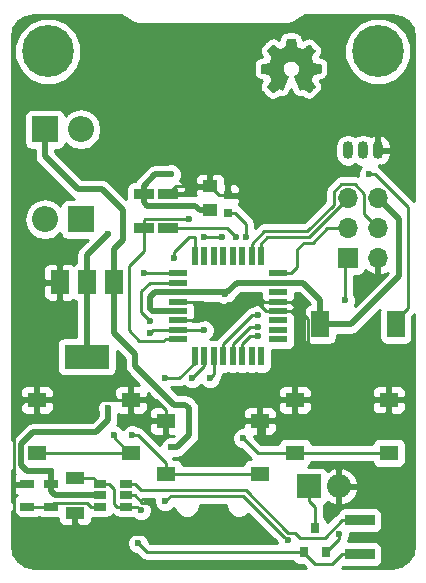
<source format=gbl>
G04 #@! TF.FileFunction,Copper,L2,Bot,Signal*
%FSLAX46Y46*%
G04 Gerber Fmt 4.6, Leading zero omitted, Abs format (unit mm)*
G04 Created by KiCad (PCBNEW 4.0.7) date Sun May 27 13:06:25 2018*
%MOMM*%
%LPD*%
G01*
G04 APERTURE LIST*
%ADD10C,0.100000*%
%ADD11C,0.010000*%
%ADD12R,1.700000X0.900000*%
%ADD13R,1.250000X1.000000*%
%ADD14R,1.600000X1.000000*%
%ADD15R,0.750000X0.800000*%
%ADD16R,2.200000X2.200000*%
%ADD17O,2.200000X2.200000*%
%ADD18R,1.700000X1.700000*%
%ADD19O,1.700000X1.700000*%
%ADD20R,2.500000X0.900000*%
%ADD21R,1.500000X2.200000*%
%ADD22R,0.800000X0.900000*%
%ADD23R,1.300000X0.700000*%
%ADD24O,0.899160X1.501140*%
%ADD25R,1.600000X0.550000*%
%ADD26R,0.550000X1.600000*%
%ADD27R,1.060000X0.650000*%
%ADD28R,2.032000X2.032000*%
%ADD29O,2.032000X2.032000*%
%ADD30R,3.800000X2.000000*%
%ADD31R,1.500000X2.000000*%
%ADD32R,1.550000X1.300000*%
%ADD33C,4.400000*%
%ADD34C,0.700000*%
%ADD35C,0.600000*%
%ADD36C,0.500000*%
%ADD37C,0.250000*%
%ADD38C,0.254000*%
G04 APERTURE END LIST*
D10*
D11*
G36*
X146227291Y-78968930D02*
X146158856Y-78969447D01*
X146097434Y-78970241D01*
X146044919Y-78971273D01*
X146003203Y-78972504D01*
X145974178Y-78973895D01*
X145959737Y-78975407D01*
X145958649Y-78975786D01*
X145954354Y-78985786D01*
X145947462Y-79011313D01*
X145938222Y-79051202D01*
X145926885Y-79104289D01*
X145913702Y-79169408D01*
X145898921Y-79245395D01*
X145885831Y-79314750D01*
X145872081Y-79387669D01*
X145858998Y-79455442D01*
X145846958Y-79516248D01*
X145836335Y-79568263D01*
X145827503Y-79609665D01*
X145820838Y-79638629D01*
X145816712Y-79653334D01*
X145815997Y-79654723D01*
X145805586Y-79660619D01*
X145782081Y-79671527D01*
X145747872Y-79686482D01*
X145705350Y-79704518D01*
X145656903Y-79724667D01*
X145604923Y-79745965D01*
X145551799Y-79767443D01*
X145499921Y-79788137D01*
X145451680Y-79807080D01*
X145409465Y-79823305D01*
X145375667Y-79835847D01*
X145352676Y-79843738D01*
X145342881Y-79846013D01*
X145342869Y-79846008D01*
X145334020Y-79840556D01*
X145312793Y-79826548D01*
X145280752Y-79805042D01*
X145239459Y-79777096D01*
X145190476Y-79743768D01*
X145135365Y-79706116D01*
X145075689Y-79665199D01*
X145061239Y-79655270D01*
X145000524Y-79613795D01*
X144943752Y-79575511D01*
X144892523Y-79541458D01*
X144848434Y-79512678D01*
X144813084Y-79490211D01*
X144788073Y-79475098D01*
X144774997Y-79468381D01*
X144773856Y-79468133D01*
X144764320Y-79473986D01*
X144744663Y-79490488D01*
X144716467Y-79516053D01*
X144681318Y-79549097D01*
X144640800Y-79588034D01*
X144596499Y-79631278D01*
X144549999Y-79677245D01*
X144502885Y-79724349D01*
X144456741Y-79771005D01*
X144413152Y-79815628D01*
X144373703Y-79856631D01*
X144339979Y-79892431D01*
X144313564Y-79921441D01*
X144296043Y-79942077D01*
X144289001Y-79952752D01*
X144288933Y-79953231D01*
X144293594Y-79963430D01*
X144306867Y-79985884D01*
X144327685Y-80018954D01*
X144354983Y-80060998D01*
X144387695Y-80110377D01*
X144424755Y-80165449D01*
X144465097Y-80224575D01*
X144467685Y-80228342D01*
X144508510Y-80287877D01*
X144546500Y-80343566D01*
X144580533Y-80393740D01*
X144609485Y-80436731D01*
X144632233Y-80470870D01*
X144647654Y-80494488D01*
X144654623Y-80505917D01*
X144654719Y-80506117D01*
X144656026Y-80513986D01*
X144654146Y-80527052D01*
X144648501Y-80546906D01*
X144638512Y-80575140D01*
X144623598Y-80613345D01*
X144603181Y-80663112D01*
X144576682Y-80726033D01*
X144562751Y-80758753D01*
X144535636Y-80821421D01*
X144510647Y-80877517D01*
X144488615Y-80925281D01*
X144470374Y-80962953D01*
X144456756Y-80988776D01*
X144448594Y-81000988D01*
X144447816Y-81001580D01*
X144436399Y-81004881D01*
X144410253Y-81010837D01*
X144371306Y-81019058D01*
X144321486Y-81029153D01*
X144262721Y-81040733D01*
X144196940Y-81053407D01*
X144126070Y-81066786D01*
X144118317Y-81068234D01*
X144037090Y-81083635D01*
X143965578Y-81097703D01*
X143905015Y-81110171D01*
X143856635Y-81120772D01*
X143821672Y-81129240D01*
X143801358Y-81135307D01*
X143796581Y-81137857D01*
X143795047Y-81148494D01*
X143793624Y-81174172D01*
X143792352Y-81212997D01*
X143791269Y-81263079D01*
X143790414Y-81322523D01*
X143789827Y-81389439D01*
X143789547Y-81461932D01*
X143789530Y-81480046D01*
X143789584Y-81565913D01*
X143789856Y-81636335D01*
X143790395Y-81692800D01*
X143791255Y-81736795D01*
X143792486Y-81769808D01*
X143794140Y-81793327D01*
X143796268Y-81808839D01*
X143798922Y-81817832D01*
X143801341Y-81821236D01*
X143812174Y-81824999D01*
X143837728Y-81831333D01*
X143876058Y-81839830D01*
X143925214Y-81850084D01*
X143983249Y-81861689D01*
X144048215Y-81874238D01*
X144116724Y-81887060D01*
X144193649Y-81901496D01*
X144262669Y-81914969D01*
X144322229Y-81927143D01*
X144370772Y-81937686D01*
X144406742Y-81946264D01*
X144428584Y-81952542D01*
X144434456Y-81955222D01*
X144441159Y-81965976D01*
X144452810Y-81989979D01*
X144468476Y-82024915D01*
X144487228Y-82068471D01*
X144508135Y-82118334D01*
X144530266Y-82172189D01*
X144552691Y-82227725D01*
X144574479Y-82282626D01*
X144594700Y-82334580D01*
X144612423Y-82381272D01*
X144626718Y-82420390D01*
X144636653Y-82449619D01*
X144641299Y-82466646D01*
X144641406Y-82469737D01*
X144635831Y-82478931D01*
X144621753Y-82500437D01*
X144600272Y-82532623D01*
X144572489Y-82573854D01*
X144539505Y-82622498D01*
X144502420Y-82676920D01*
X144463147Y-82734304D01*
X144423188Y-82792995D01*
X144386456Y-82847770D01*
X144354029Y-82896958D01*
X144326985Y-82938886D01*
X144306403Y-82971884D01*
X144293361Y-82994281D01*
X144288933Y-83004314D01*
X144294771Y-83013763D01*
X144311229Y-83033362D01*
X144336727Y-83061525D01*
X144369683Y-83096663D01*
X144408515Y-83137191D01*
X144451643Y-83181520D01*
X144497486Y-83228065D01*
X144544461Y-83275237D01*
X144590987Y-83321451D01*
X144635484Y-83365119D01*
X144676370Y-83404654D01*
X144712063Y-83438468D01*
X144740983Y-83464976D01*
X144761548Y-83482590D01*
X144772176Y-83489723D01*
X144772679Y-83489800D01*
X144782471Y-83485148D01*
X144804517Y-83471914D01*
X144837162Y-83451175D01*
X144878755Y-83424011D01*
X144927642Y-83391501D01*
X144982170Y-83354725D01*
X145038542Y-83316233D01*
X145097013Y-83276346D01*
X145151510Y-83239689D01*
X145200368Y-83207342D01*
X145241921Y-83180387D01*
X145274505Y-83159903D01*
X145296455Y-83146972D01*
X145305979Y-83142667D01*
X145318356Y-83146534D01*
X145342509Y-83157176D01*
X145375405Y-83173151D01*
X145414014Y-83193018D01*
X145431750Y-83202470D01*
X145474333Y-83224579D01*
X145511477Y-83242292D01*
X145540380Y-83254370D01*
X145558239Y-83259574D01*
X145560961Y-83259620D01*
X145565274Y-83257295D01*
X145570875Y-83250754D01*
X145578222Y-83238968D01*
X145587770Y-83220912D01*
X145599976Y-83195557D01*
X145615299Y-83161876D01*
X145634193Y-83118842D01*
X145657117Y-83065429D01*
X145684527Y-83000608D01*
X145716880Y-82923353D01*
X145754632Y-82832637D01*
X145798242Y-82727433D01*
X145805899Y-82708932D01*
X145843571Y-82617547D01*
X145879147Y-82530571D01*
X145912119Y-82449292D01*
X145941977Y-82374997D01*
X145968212Y-82308977D01*
X145990313Y-82252517D01*
X146007772Y-82206906D01*
X146020080Y-82173433D01*
X146026726Y-82153386D01*
X146027732Y-82148016D01*
X146019085Y-82138162D01*
X145999461Y-82121379D01*
X145971943Y-82100171D01*
X145945378Y-82081049D01*
X145875120Y-82029285D01*
X145817745Y-81980385D01*
X145770328Y-81931138D01*
X145729946Y-81878329D01*
X145693675Y-81818745D01*
X145675894Y-81784864D01*
X145636073Y-81687481D01*
X145612206Y-81586931D01*
X145604034Y-81484922D01*
X145611295Y-81383164D01*
X145633728Y-81283366D01*
X145671073Y-81187237D01*
X145723068Y-81096485D01*
X145789454Y-81012821D01*
X145794559Y-81007353D01*
X145873970Y-80934723D01*
X145962653Y-80875703D01*
X146061743Y-80829592D01*
X146109565Y-80813012D01*
X146137444Y-80804958D01*
X146163724Y-80799387D01*
X146192576Y-80795865D01*
X146228170Y-80793956D01*
X146274677Y-80793226D01*
X146299767Y-80793167D01*
X146352474Y-80793517D01*
X146392440Y-80794860D01*
X146423845Y-80797630D01*
X146450872Y-80802263D01*
X146477703Y-80809194D01*
X146490267Y-80813004D01*
X146593590Y-80853676D01*
X146687398Y-80907817D01*
X146770717Y-80974606D01*
X146842575Y-81053223D01*
X146901998Y-81142846D01*
X146918452Y-81174167D01*
X146952739Y-81252262D01*
X146975276Y-81326211D01*
X146987567Y-81402406D01*
X146991121Y-81483200D01*
X146983023Y-81591649D01*
X146959013Y-81695109D01*
X146919520Y-81792517D01*
X146864973Y-81882813D01*
X146797407Y-81963292D01*
X146767099Y-81991618D01*
X146727729Y-82024653D01*
X146684419Y-82058421D01*
X146642294Y-82088947D01*
X146606476Y-82112257D01*
X146602102Y-82114806D01*
X146582613Y-82129642D01*
X146570880Y-82145440D01*
X146570125Y-82147748D01*
X146572546Y-82158870D01*
X146581265Y-82184722D01*
X146595946Y-82224452D01*
X146616254Y-82277211D01*
X146641854Y-82342145D01*
X146672411Y-82418406D01*
X146707590Y-82505142D01*
X146747055Y-82601502D01*
X146786120Y-82696132D01*
X146823500Y-82786302D01*
X146859143Y-82872144D01*
X146892495Y-82952332D01*
X146923001Y-83025542D01*
X146950109Y-83090448D01*
X146973263Y-83145723D01*
X146991910Y-83190043D01*
X147005497Y-83222083D01*
X147013468Y-83240516D01*
X147015244Y-83244349D01*
X147028966Y-83257861D01*
X147040315Y-83261200D01*
X147053169Y-83257324D01*
X147077758Y-83246659D01*
X147111017Y-83230646D01*
X147149882Y-83210728D01*
X147167929Y-83201121D01*
X147217610Y-83175320D01*
X147256806Y-83156983D01*
X147284207Y-83146679D01*
X147297629Y-83144729D01*
X147309533Y-83150449D01*
X147333103Y-83164500D01*
X147366152Y-83185477D01*
X147406490Y-83211974D01*
X147451931Y-83242586D01*
X147480867Y-83262435D01*
X147559062Y-83316371D01*
X147624529Y-83361359D01*
X147678413Y-83398154D01*
X147721865Y-83427510D01*
X147756031Y-83450182D01*
X147782061Y-83466926D01*
X147801102Y-83478496D01*
X147814302Y-83485647D01*
X147822809Y-83489134D01*
X147826687Y-83489800D01*
X147835465Y-83483999D01*
X147854774Y-83467463D01*
X147883233Y-83441495D01*
X147919464Y-83407396D01*
X147962086Y-83366467D01*
X148009720Y-83320011D01*
X148060984Y-83269329D01*
X148071115Y-83259236D01*
X148122773Y-83207450D01*
X148170649Y-83158971D01*
X148213405Y-83115187D01*
X148249705Y-83077491D01*
X148278212Y-83047272D01*
X148297588Y-83025920D01*
X148306498Y-83014827D01*
X148306889Y-83014022D01*
X148308388Y-83009060D01*
X148308912Y-83003989D01*
X148307608Y-82997434D01*
X148303623Y-82988021D01*
X148296105Y-82974375D01*
X148284200Y-82955121D01*
X148267058Y-82928885D01*
X148243824Y-82894292D01*
X148213647Y-82849967D01*
X148175673Y-82794535D01*
X148129051Y-82726623D01*
X148124807Y-82720443D01*
X148085397Y-82662709D01*
X148049224Y-82609064D01*
X148017377Y-82561177D01*
X147990947Y-82520714D01*
X147971024Y-82489343D01*
X147958698Y-82468730D01*
X147955000Y-82460783D01*
X147958048Y-82450118D01*
X147966683Y-82425760D01*
X147980142Y-82389711D01*
X147997662Y-82343975D01*
X148018480Y-82290556D01*
X148041832Y-82231457D01*
X148053509Y-82202179D01*
X148083071Y-82128857D01*
X148107324Y-82070085D01*
X148126873Y-82024545D01*
X148142323Y-81990920D01*
X148154278Y-81967891D01*
X148163342Y-81954142D01*
X148169926Y-81948432D01*
X148182191Y-81945202D01*
X148209106Y-81939349D01*
X148248662Y-81931271D01*
X148298847Y-81921366D01*
X148357651Y-81910030D01*
X148423062Y-81897662D01*
X148487465Y-81885690D01*
X148556865Y-81872694D01*
X148621217Y-81860258D01*
X148678565Y-81848789D01*
X148726950Y-81838696D01*
X148764415Y-81830387D01*
X148789002Y-81824268D01*
X148798615Y-81820886D01*
X148801611Y-81815601D01*
X148804064Y-81804235D01*
X148806024Y-81785352D01*
X148807538Y-81757515D01*
X148808655Y-81719286D01*
X148809423Y-81669227D01*
X148809890Y-81605902D01*
X148810105Y-81527873D01*
X148810133Y-81478125D01*
X148810133Y-81144924D01*
X148791083Y-81133171D01*
X148778604Y-81129001D01*
X148751439Y-81122287D01*
X148711574Y-81113444D01*
X148660996Y-81102887D01*
X148601693Y-81091029D01*
X148535651Y-81078286D01*
X148464857Y-81065071D01*
X148463000Y-81064731D01*
X148392540Y-81051584D01*
X148327153Y-81038957D01*
X148268758Y-81027254D01*
X148219273Y-81016877D01*
X148180616Y-81008228D01*
X148154706Y-81001711D01*
X148143461Y-80997729D01*
X148143325Y-80997611D01*
X148137183Y-80987169D01*
X148125630Y-80963511D01*
X148109704Y-80929048D01*
X148090443Y-80886188D01*
X148068882Y-80837344D01*
X148046060Y-80784923D01*
X148023014Y-80731337D01*
X148000781Y-80678996D01*
X147980397Y-80630309D01*
X147962900Y-80587686D01*
X147949328Y-80553539D01*
X147940717Y-80530275D01*
X147938067Y-80520657D01*
X147942721Y-80510959D01*
X147955982Y-80488954D01*
X147976800Y-80456249D01*
X148004126Y-80414445D01*
X148036910Y-80365148D01*
X148074100Y-80309961D01*
X148114648Y-80250489D01*
X148121096Y-80241092D01*
X148162253Y-80180897D01*
X148200408Y-80124584D01*
X148234477Y-80073790D01*
X148263380Y-80030148D01*
X148286035Y-79995293D01*
X148301361Y-79970860D01*
X148308276Y-79958484D01*
X148308511Y-79957808D01*
X148307243Y-79950966D01*
X148300309Y-79939447D01*
X148286804Y-79922259D01*
X148265824Y-79898415D01*
X148236465Y-79866924D01*
X148197820Y-79826797D01*
X148148986Y-79777044D01*
X148089059Y-79716676D01*
X148077001Y-79704583D01*
X148016970Y-79644815D01*
X147963406Y-79592298D01*
X147917219Y-79547886D01*
X147879323Y-79512436D01*
X147850627Y-79486803D01*
X147832043Y-79471843D01*
X147825124Y-79468133D01*
X147814733Y-79472788D01*
X147792072Y-79486046D01*
X147758777Y-79506851D01*
X147716485Y-79534145D01*
X147666833Y-79566871D01*
X147611456Y-79603970D01*
X147551991Y-79644386D01*
X147545523Y-79648816D01*
X147485499Y-79689881D01*
X147429296Y-79728191D01*
X147378578Y-79762622D01*
X147335008Y-79792050D01*
X147300252Y-79815352D01*
X147275974Y-79831402D01*
X147263839Y-79839078D01*
X147263413Y-79839312D01*
X147255991Y-79841569D01*
X147245101Y-79841241D01*
X147228901Y-79837719D01*
X147205553Y-79830391D01*
X147173214Y-79818646D01*
X147130045Y-79801873D01*
X147074205Y-79779463D01*
X147034813Y-79763448D01*
X146965056Y-79734969D01*
X146909353Y-79712072D01*
X146866066Y-79693970D01*
X146833560Y-79679877D01*
X146810197Y-79669005D01*
X146794341Y-79660567D01*
X146784357Y-79653777D01*
X146778606Y-79647847D01*
X146775453Y-79641990D01*
X146774091Y-79638068D01*
X146771400Y-79626227D01*
X146766011Y-79599676D01*
X146758299Y-79560358D01*
X146748639Y-79510215D01*
X146737403Y-79451190D01*
X146724966Y-79385225D01*
X146711702Y-79314264D01*
X146710341Y-79306948D01*
X146696913Y-79235802D01*
X146684053Y-79169665D01*
X146672160Y-79110444D01*
X146661633Y-79060047D01*
X146652873Y-79020380D01*
X146646278Y-78993354D01*
X146642249Y-78980874D01*
X146641980Y-78980472D01*
X146636930Y-78977395D01*
X146626395Y-78974881D01*
X146608894Y-78972878D01*
X146582945Y-78971336D01*
X146547067Y-78970203D01*
X146499780Y-78969428D01*
X146439601Y-78968961D01*
X146365050Y-78968751D01*
X146300847Y-78968729D01*
X146227291Y-78968930D01*
X146227291Y-78968930D01*
G37*
X146227291Y-78968930D02*
X146158856Y-78969447D01*
X146097434Y-78970241D01*
X146044919Y-78971273D01*
X146003203Y-78972504D01*
X145974178Y-78973895D01*
X145959737Y-78975407D01*
X145958649Y-78975786D01*
X145954354Y-78985786D01*
X145947462Y-79011313D01*
X145938222Y-79051202D01*
X145926885Y-79104289D01*
X145913702Y-79169408D01*
X145898921Y-79245395D01*
X145885831Y-79314750D01*
X145872081Y-79387669D01*
X145858998Y-79455442D01*
X145846958Y-79516248D01*
X145836335Y-79568263D01*
X145827503Y-79609665D01*
X145820838Y-79638629D01*
X145816712Y-79653334D01*
X145815997Y-79654723D01*
X145805586Y-79660619D01*
X145782081Y-79671527D01*
X145747872Y-79686482D01*
X145705350Y-79704518D01*
X145656903Y-79724667D01*
X145604923Y-79745965D01*
X145551799Y-79767443D01*
X145499921Y-79788137D01*
X145451680Y-79807080D01*
X145409465Y-79823305D01*
X145375667Y-79835847D01*
X145352676Y-79843738D01*
X145342881Y-79846013D01*
X145342869Y-79846008D01*
X145334020Y-79840556D01*
X145312793Y-79826548D01*
X145280752Y-79805042D01*
X145239459Y-79777096D01*
X145190476Y-79743768D01*
X145135365Y-79706116D01*
X145075689Y-79665199D01*
X145061239Y-79655270D01*
X145000524Y-79613795D01*
X144943752Y-79575511D01*
X144892523Y-79541458D01*
X144848434Y-79512678D01*
X144813084Y-79490211D01*
X144788073Y-79475098D01*
X144774997Y-79468381D01*
X144773856Y-79468133D01*
X144764320Y-79473986D01*
X144744663Y-79490488D01*
X144716467Y-79516053D01*
X144681318Y-79549097D01*
X144640800Y-79588034D01*
X144596499Y-79631278D01*
X144549999Y-79677245D01*
X144502885Y-79724349D01*
X144456741Y-79771005D01*
X144413152Y-79815628D01*
X144373703Y-79856631D01*
X144339979Y-79892431D01*
X144313564Y-79921441D01*
X144296043Y-79942077D01*
X144289001Y-79952752D01*
X144288933Y-79953231D01*
X144293594Y-79963430D01*
X144306867Y-79985884D01*
X144327685Y-80018954D01*
X144354983Y-80060998D01*
X144387695Y-80110377D01*
X144424755Y-80165449D01*
X144465097Y-80224575D01*
X144467685Y-80228342D01*
X144508510Y-80287877D01*
X144546500Y-80343566D01*
X144580533Y-80393740D01*
X144609485Y-80436731D01*
X144632233Y-80470870D01*
X144647654Y-80494488D01*
X144654623Y-80505917D01*
X144654719Y-80506117D01*
X144656026Y-80513986D01*
X144654146Y-80527052D01*
X144648501Y-80546906D01*
X144638512Y-80575140D01*
X144623598Y-80613345D01*
X144603181Y-80663112D01*
X144576682Y-80726033D01*
X144562751Y-80758753D01*
X144535636Y-80821421D01*
X144510647Y-80877517D01*
X144488615Y-80925281D01*
X144470374Y-80962953D01*
X144456756Y-80988776D01*
X144448594Y-81000988D01*
X144447816Y-81001580D01*
X144436399Y-81004881D01*
X144410253Y-81010837D01*
X144371306Y-81019058D01*
X144321486Y-81029153D01*
X144262721Y-81040733D01*
X144196940Y-81053407D01*
X144126070Y-81066786D01*
X144118317Y-81068234D01*
X144037090Y-81083635D01*
X143965578Y-81097703D01*
X143905015Y-81110171D01*
X143856635Y-81120772D01*
X143821672Y-81129240D01*
X143801358Y-81135307D01*
X143796581Y-81137857D01*
X143795047Y-81148494D01*
X143793624Y-81174172D01*
X143792352Y-81212997D01*
X143791269Y-81263079D01*
X143790414Y-81322523D01*
X143789827Y-81389439D01*
X143789547Y-81461932D01*
X143789530Y-81480046D01*
X143789584Y-81565913D01*
X143789856Y-81636335D01*
X143790395Y-81692800D01*
X143791255Y-81736795D01*
X143792486Y-81769808D01*
X143794140Y-81793327D01*
X143796268Y-81808839D01*
X143798922Y-81817832D01*
X143801341Y-81821236D01*
X143812174Y-81824999D01*
X143837728Y-81831333D01*
X143876058Y-81839830D01*
X143925214Y-81850084D01*
X143983249Y-81861689D01*
X144048215Y-81874238D01*
X144116724Y-81887060D01*
X144193649Y-81901496D01*
X144262669Y-81914969D01*
X144322229Y-81927143D01*
X144370772Y-81937686D01*
X144406742Y-81946264D01*
X144428584Y-81952542D01*
X144434456Y-81955222D01*
X144441159Y-81965976D01*
X144452810Y-81989979D01*
X144468476Y-82024915D01*
X144487228Y-82068471D01*
X144508135Y-82118334D01*
X144530266Y-82172189D01*
X144552691Y-82227725D01*
X144574479Y-82282626D01*
X144594700Y-82334580D01*
X144612423Y-82381272D01*
X144626718Y-82420390D01*
X144636653Y-82449619D01*
X144641299Y-82466646D01*
X144641406Y-82469737D01*
X144635831Y-82478931D01*
X144621753Y-82500437D01*
X144600272Y-82532623D01*
X144572489Y-82573854D01*
X144539505Y-82622498D01*
X144502420Y-82676920D01*
X144463147Y-82734304D01*
X144423188Y-82792995D01*
X144386456Y-82847770D01*
X144354029Y-82896958D01*
X144326985Y-82938886D01*
X144306403Y-82971884D01*
X144293361Y-82994281D01*
X144288933Y-83004314D01*
X144294771Y-83013763D01*
X144311229Y-83033362D01*
X144336727Y-83061525D01*
X144369683Y-83096663D01*
X144408515Y-83137191D01*
X144451643Y-83181520D01*
X144497486Y-83228065D01*
X144544461Y-83275237D01*
X144590987Y-83321451D01*
X144635484Y-83365119D01*
X144676370Y-83404654D01*
X144712063Y-83438468D01*
X144740983Y-83464976D01*
X144761548Y-83482590D01*
X144772176Y-83489723D01*
X144772679Y-83489800D01*
X144782471Y-83485148D01*
X144804517Y-83471914D01*
X144837162Y-83451175D01*
X144878755Y-83424011D01*
X144927642Y-83391501D01*
X144982170Y-83354725D01*
X145038542Y-83316233D01*
X145097013Y-83276346D01*
X145151510Y-83239689D01*
X145200368Y-83207342D01*
X145241921Y-83180387D01*
X145274505Y-83159903D01*
X145296455Y-83146972D01*
X145305979Y-83142667D01*
X145318356Y-83146534D01*
X145342509Y-83157176D01*
X145375405Y-83173151D01*
X145414014Y-83193018D01*
X145431750Y-83202470D01*
X145474333Y-83224579D01*
X145511477Y-83242292D01*
X145540380Y-83254370D01*
X145558239Y-83259574D01*
X145560961Y-83259620D01*
X145565274Y-83257295D01*
X145570875Y-83250754D01*
X145578222Y-83238968D01*
X145587770Y-83220912D01*
X145599976Y-83195557D01*
X145615299Y-83161876D01*
X145634193Y-83118842D01*
X145657117Y-83065429D01*
X145684527Y-83000608D01*
X145716880Y-82923353D01*
X145754632Y-82832637D01*
X145798242Y-82727433D01*
X145805899Y-82708932D01*
X145843571Y-82617547D01*
X145879147Y-82530571D01*
X145912119Y-82449292D01*
X145941977Y-82374997D01*
X145968212Y-82308977D01*
X145990313Y-82252517D01*
X146007772Y-82206906D01*
X146020080Y-82173433D01*
X146026726Y-82153386D01*
X146027732Y-82148016D01*
X146019085Y-82138162D01*
X145999461Y-82121379D01*
X145971943Y-82100171D01*
X145945378Y-82081049D01*
X145875120Y-82029285D01*
X145817745Y-81980385D01*
X145770328Y-81931138D01*
X145729946Y-81878329D01*
X145693675Y-81818745D01*
X145675894Y-81784864D01*
X145636073Y-81687481D01*
X145612206Y-81586931D01*
X145604034Y-81484922D01*
X145611295Y-81383164D01*
X145633728Y-81283366D01*
X145671073Y-81187237D01*
X145723068Y-81096485D01*
X145789454Y-81012821D01*
X145794559Y-81007353D01*
X145873970Y-80934723D01*
X145962653Y-80875703D01*
X146061743Y-80829592D01*
X146109565Y-80813012D01*
X146137444Y-80804958D01*
X146163724Y-80799387D01*
X146192576Y-80795865D01*
X146228170Y-80793956D01*
X146274677Y-80793226D01*
X146299767Y-80793167D01*
X146352474Y-80793517D01*
X146392440Y-80794860D01*
X146423845Y-80797630D01*
X146450872Y-80802263D01*
X146477703Y-80809194D01*
X146490267Y-80813004D01*
X146593590Y-80853676D01*
X146687398Y-80907817D01*
X146770717Y-80974606D01*
X146842575Y-81053223D01*
X146901998Y-81142846D01*
X146918452Y-81174167D01*
X146952739Y-81252262D01*
X146975276Y-81326211D01*
X146987567Y-81402406D01*
X146991121Y-81483200D01*
X146983023Y-81591649D01*
X146959013Y-81695109D01*
X146919520Y-81792517D01*
X146864973Y-81882813D01*
X146797407Y-81963292D01*
X146767099Y-81991618D01*
X146727729Y-82024653D01*
X146684419Y-82058421D01*
X146642294Y-82088947D01*
X146606476Y-82112257D01*
X146602102Y-82114806D01*
X146582613Y-82129642D01*
X146570880Y-82145440D01*
X146570125Y-82147748D01*
X146572546Y-82158870D01*
X146581265Y-82184722D01*
X146595946Y-82224452D01*
X146616254Y-82277211D01*
X146641854Y-82342145D01*
X146672411Y-82418406D01*
X146707590Y-82505142D01*
X146747055Y-82601502D01*
X146786120Y-82696132D01*
X146823500Y-82786302D01*
X146859143Y-82872144D01*
X146892495Y-82952332D01*
X146923001Y-83025542D01*
X146950109Y-83090448D01*
X146973263Y-83145723D01*
X146991910Y-83190043D01*
X147005497Y-83222083D01*
X147013468Y-83240516D01*
X147015244Y-83244349D01*
X147028966Y-83257861D01*
X147040315Y-83261200D01*
X147053169Y-83257324D01*
X147077758Y-83246659D01*
X147111017Y-83230646D01*
X147149882Y-83210728D01*
X147167929Y-83201121D01*
X147217610Y-83175320D01*
X147256806Y-83156983D01*
X147284207Y-83146679D01*
X147297629Y-83144729D01*
X147309533Y-83150449D01*
X147333103Y-83164500D01*
X147366152Y-83185477D01*
X147406490Y-83211974D01*
X147451931Y-83242586D01*
X147480867Y-83262435D01*
X147559062Y-83316371D01*
X147624529Y-83361359D01*
X147678413Y-83398154D01*
X147721865Y-83427510D01*
X147756031Y-83450182D01*
X147782061Y-83466926D01*
X147801102Y-83478496D01*
X147814302Y-83485647D01*
X147822809Y-83489134D01*
X147826687Y-83489800D01*
X147835465Y-83483999D01*
X147854774Y-83467463D01*
X147883233Y-83441495D01*
X147919464Y-83407396D01*
X147962086Y-83366467D01*
X148009720Y-83320011D01*
X148060984Y-83269329D01*
X148071115Y-83259236D01*
X148122773Y-83207450D01*
X148170649Y-83158971D01*
X148213405Y-83115187D01*
X148249705Y-83077491D01*
X148278212Y-83047272D01*
X148297588Y-83025920D01*
X148306498Y-83014827D01*
X148306889Y-83014022D01*
X148308388Y-83009060D01*
X148308912Y-83003989D01*
X148307608Y-82997434D01*
X148303623Y-82988021D01*
X148296105Y-82974375D01*
X148284200Y-82955121D01*
X148267058Y-82928885D01*
X148243824Y-82894292D01*
X148213647Y-82849967D01*
X148175673Y-82794535D01*
X148129051Y-82726623D01*
X148124807Y-82720443D01*
X148085397Y-82662709D01*
X148049224Y-82609064D01*
X148017377Y-82561177D01*
X147990947Y-82520714D01*
X147971024Y-82489343D01*
X147958698Y-82468730D01*
X147955000Y-82460783D01*
X147958048Y-82450118D01*
X147966683Y-82425760D01*
X147980142Y-82389711D01*
X147997662Y-82343975D01*
X148018480Y-82290556D01*
X148041832Y-82231457D01*
X148053509Y-82202179D01*
X148083071Y-82128857D01*
X148107324Y-82070085D01*
X148126873Y-82024545D01*
X148142323Y-81990920D01*
X148154278Y-81967891D01*
X148163342Y-81954142D01*
X148169926Y-81948432D01*
X148182191Y-81945202D01*
X148209106Y-81939349D01*
X148248662Y-81931271D01*
X148298847Y-81921366D01*
X148357651Y-81910030D01*
X148423062Y-81897662D01*
X148487465Y-81885690D01*
X148556865Y-81872694D01*
X148621217Y-81860258D01*
X148678565Y-81848789D01*
X148726950Y-81838696D01*
X148764415Y-81830387D01*
X148789002Y-81824268D01*
X148798615Y-81820886D01*
X148801611Y-81815601D01*
X148804064Y-81804235D01*
X148806024Y-81785352D01*
X148807538Y-81757515D01*
X148808655Y-81719286D01*
X148809423Y-81669227D01*
X148809890Y-81605902D01*
X148810105Y-81527873D01*
X148810133Y-81478125D01*
X148810133Y-81144924D01*
X148791083Y-81133171D01*
X148778604Y-81129001D01*
X148751439Y-81122287D01*
X148711574Y-81113444D01*
X148660996Y-81102887D01*
X148601693Y-81091029D01*
X148535651Y-81078286D01*
X148464857Y-81065071D01*
X148463000Y-81064731D01*
X148392540Y-81051584D01*
X148327153Y-81038957D01*
X148268758Y-81027254D01*
X148219273Y-81016877D01*
X148180616Y-81008228D01*
X148154706Y-81001711D01*
X148143461Y-80997729D01*
X148143325Y-80997611D01*
X148137183Y-80987169D01*
X148125630Y-80963511D01*
X148109704Y-80929048D01*
X148090443Y-80886188D01*
X148068882Y-80837344D01*
X148046060Y-80784923D01*
X148023014Y-80731337D01*
X148000781Y-80678996D01*
X147980397Y-80630309D01*
X147962900Y-80587686D01*
X147949328Y-80553539D01*
X147940717Y-80530275D01*
X147938067Y-80520657D01*
X147942721Y-80510959D01*
X147955982Y-80488954D01*
X147976800Y-80456249D01*
X148004126Y-80414445D01*
X148036910Y-80365148D01*
X148074100Y-80309961D01*
X148114648Y-80250489D01*
X148121096Y-80241092D01*
X148162253Y-80180897D01*
X148200408Y-80124584D01*
X148234477Y-80073790D01*
X148263380Y-80030148D01*
X148286035Y-79995293D01*
X148301361Y-79970860D01*
X148308276Y-79958484D01*
X148308511Y-79957808D01*
X148307243Y-79950966D01*
X148300309Y-79939447D01*
X148286804Y-79922259D01*
X148265824Y-79898415D01*
X148236465Y-79866924D01*
X148197820Y-79826797D01*
X148148986Y-79777044D01*
X148089059Y-79716676D01*
X148077001Y-79704583D01*
X148016970Y-79644815D01*
X147963406Y-79592298D01*
X147917219Y-79547886D01*
X147879323Y-79512436D01*
X147850627Y-79486803D01*
X147832043Y-79471843D01*
X147825124Y-79468133D01*
X147814733Y-79472788D01*
X147792072Y-79486046D01*
X147758777Y-79506851D01*
X147716485Y-79534145D01*
X147666833Y-79566871D01*
X147611456Y-79603970D01*
X147551991Y-79644386D01*
X147545523Y-79648816D01*
X147485499Y-79689881D01*
X147429296Y-79728191D01*
X147378578Y-79762622D01*
X147335008Y-79792050D01*
X147300252Y-79815352D01*
X147275974Y-79831402D01*
X147263839Y-79839078D01*
X147263413Y-79839312D01*
X147255991Y-79841569D01*
X147245101Y-79841241D01*
X147228901Y-79837719D01*
X147205553Y-79830391D01*
X147173214Y-79818646D01*
X147130045Y-79801873D01*
X147074205Y-79779463D01*
X147034813Y-79763448D01*
X146965056Y-79734969D01*
X146909353Y-79712072D01*
X146866066Y-79693970D01*
X146833560Y-79679877D01*
X146810197Y-79669005D01*
X146794341Y-79660567D01*
X146784357Y-79653777D01*
X146778606Y-79647847D01*
X146775453Y-79641990D01*
X146774091Y-79638068D01*
X146771400Y-79626227D01*
X146766011Y-79599676D01*
X146758299Y-79560358D01*
X146748639Y-79510215D01*
X146737403Y-79451190D01*
X146724966Y-79385225D01*
X146711702Y-79314264D01*
X146710341Y-79306948D01*
X146696913Y-79235802D01*
X146684053Y-79169665D01*
X146672160Y-79110444D01*
X146661633Y-79060047D01*
X146652873Y-79020380D01*
X146646278Y-78993354D01*
X146642249Y-78980874D01*
X146641980Y-78980472D01*
X146636930Y-78977395D01*
X146626395Y-78974881D01*
X146608894Y-78972878D01*
X146582945Y-78971336D01*
X146547067Y-78970203D01*
X146499780Y-78969428D01*
X146439601Y-78968961D01*
X146365050Y-78968751D01*
X146300847Y-78968729D01*
X146227291Y-78968930D01*
D12*
X133858000Y-92096000D03*
X133858000Y-94996000D03*
D13*
X139446000Y-93456000D03*
X139446000Y-91456000D03*
D14*
X128016000Y-116102000D03*
X128016000Y-119102000D03*
D15*
X140970000Y-92214000D03*
X140970000Y-93714000D03*
D16*
X128524000Y-94234000D03*
D17*
X128524000Y-86614000D03*
D16*
X125476000Y-86614000D03*
D17*
X125476000Y-94234000D03*
D18*
X151130000Y-97536000D03*
D19*
X153670000Y-97536000D03*
X151130000Y-94996000D03*
X153670000Y-94996000D03*
X151130000Y-92456000D03*
X153670000Y-92456000D03*
D20*
X152146000Y-122608000D03*
X152146000Y-119708000D03*
D21*
X148794000Y-103124000D03*
X155194000Y-103124000D03*
D22*
X149286000Y-122412000D03*
X147386000Y-122412000D03*
X148336000Y-120412000D03*
D12*
X135890000Y-92096000D03*
X135890000Y-94996000D03*
D23*
X125984000Y-116652000D03*
X125984000Y-118552000D03*
X123952000Y-118552000D03*
X123952000Y-116652000D03*
D24*
X152400000Y-88392000D03*
X153670000Y-88392000D03*
X151130000Y-88392000D03*
D25*
X136720000Y-104400000D03*
X136720000Y-103600000D03*
X136720000Y-102800000D03*
X136720000Y-102000000D03*
X136720000Y-101200000D03*
X136720000Y-100400000D03*
X136720000Y-99600000D03*
X136720000Y-98800000D03*
D26*
X138170000Y-97350000D03*
X138970000Y-97350000D03*
X139770000Y-97350000D03*
X140570000Y-97350000D03*
X141370000Y-97350000D03*
X142170000Y-97350000D03*
X142970000Y-97350000D03*
X143770000Y-97350000D03*
D25*
X145220000Y-98800000D03*
X145220000Y-99600000D03*
X145220000Y-100400000D03*
X145220000Y-101200000D03*
X145220000Y-102000000D03*
X145220000Y-102800000D03*
X145220000Y-103600000D03*
X145220000Y-104400000D03*
D26*
X143770000Y-105850000D03*
X142970000Y-105850000D03*
X142170000Y-105850000D03*
X141370000Y-105850000D03*
X140570000Y-105850000D03*
X139770000Y-105850000D03*
X138970000Y-105850000D03*
X138170000Y-105850000D03*
D27*
X132334000Y-116652000D03*
X132334000Y-117602000D03*
X132334000Y-118552000D03*
X130134000Y-118552000D03*
X130134000Y-116652000D03*
X130134000Y-117602000D03*
D28*
X147828000Y-116840000D03*
D29*
X150368000Y-116840000D03*
D30*
X129018000Y-105868000D03*
D31*
X129018000Y-99568000D03*
X131318000Y-99568000D03*
X126718000Y-99568000D03*
D32*
X124798000Y-109510000D03*
X124798000Y-114010000D03*
X132758000Y-114010000D03*
X132758000Y-109510000D03*
X135720000Y-111288000D03*
X135720000Y-115788000D03*
X143680000Y-115788000D03*
X143680000Y-111288000D03*
X146642000Y-109510000D03*
X146642000Y-114010000D03*
X154602000Y-114010000D03*
X154602000Y-109510000D03*
D33*
X125730000Y-80010000D03*
D34*
X127380000Y-80010000D03*
X126896726Y-81176726D03*
X125730000Y-81660000D03*
X124563274Y-81176726D03*
X124080000Y-80010000D03*
X124563274Y-78843274D03*
X125730000Y-78360000D03*
X126896726Y-78843274D03*
D33*
X153670000Y-80010000D03*
D34*
X155320000Y-80010000D03*
X154836726Y-81176726D03*
X153670000Y-81660000D03*
X152503274Y-81176726D03*
X152020000Y-80010000D03*
X152503274Y-78843274D03*
X153670000Y-78360000D03*
X154836726Y-78843274D03*
D35*
X136144000Y-90424000D03*
X130810000Y-95504000D03*
X134366000Y-101092000D03*
X130810000Y-110236000D03*
X140716000Y-100584000D03*
X125984000Y-115570000D03*
X137160000Y-88392000D03*
X134874000Y-87884000D03*
X144018000Y-112776000D03*
X130048000Y-121920000D03*
X128016000Y-102362000D03*
X146812000Y-103124000D03*
X149606000Y-110490000D03*
X153670000Y-102616000D03*
X139192000Y-101600000D03*
X133604000Y-118872000D03*
X133350000Y-121666000D03*
X142494000Y-95758000D03*
X134366000Y-102870000D03*
X133858000Y-98806000D03*
X139446000Y-107696000D03*
X137922000Y-107696000D03*
X135636000Y-107696000D03*
X152908000Y-90424000D03*
X150876000Y-101092000D03*
X143510000Y-102362000D03*
X140462000Y-95758000D03*
X138938000Y-95758000D03*
X143510000Y-104140000D03*
X143510000Y-103329997D03*
X131318000Y-112522000D03*
X132842000Y-112522000D03*
X142240000Y-112776000D03*
X141683997Y-95758000D03*
X135636000Y-118110000D03*
X136144000Y-113538000D03*
X146050000Y-121412000D03*
X150368000Y-120904000D03*
X136398000Y-97536000D03*
X134366000Y-103886000D03*
X138938000Y-103632000D03*
X137668000Y-94234000D03*
D36*
X133858000Y-92096000D02*
X133858000Y-91396000D01*
X134830000Y-90424000D02*
X136144000Y-90424000D01*
X133858000Y-91396000D02*
X134830000Y-90424000D01*
X133858000Y-92096000D02*
X133858000Y-92796000D01*
X133858000Y-92796000D02*
X134152999Y-93090999D01*
X134152999Y-93090999D02*
X138205999Y-93090999D01*
X138205999Y-93090999D02*
X138571000Y-93456000D01*
X138571000Y-93456000D02*
X139446000Y-93456000D01*
X129018000Y-99568000D02*
X129018000Y-97296000D01*
X129018000Y-97296000D02*
X130810000Y-95504000D01*
X129794000Y-112268000D02*
X130810000Y-111252000D01*
X130810000Y-111252000D02*
X130810000Y-110236000D01*
X124460000Y-112268000D02*
X129794000Y-112268000D01*
X123703001Y-113024999D02*
X124460000Y-112268000D01*
D37*
X123692999Y-113024999D02*
X123703001Y-113024999D01*
D36*
X123952000Y-115570000D02*
X125984000Y-115570000D01*
X123444000Y-115062000D02*
X123952000Y-115570000D01*
X123444000Y-113273998D02*
X123444000Y-115062000D01*
X123692999Y-113024999D02*
X123444000Y-113273998D01*
D37*
X140716000Y-100584000D02*
X140900000Y-100400000D01*
D36*
X147352000Y-99600000D02*
X148794000Y-101042000D01*
X148794000Y-101042000D02*
X148794000Y-103124000D01*
X145220000Y-99600000D02*
X147352000Y-99600000D01*
X153670000Y-92456000D02*
X155448000Y-94234000D01*
X155448000Y-94234000D02*
X155448000Y-99060000D01*
X155448000Y-99060000D02*
X151384000Y-103124000D01*
X151384000Y-103124000D02*
X148794000Y-103124000D01*
X140900000Y-100400000D02*
X141700000Y-99600000D01*
X141700000Y-99600000D02*
X145220000Y-99600000D01*
X136720000Y-100400000D02*
X140900000Y-100400000D01*
X134366000Y-100838000D02*
X134804000Y-100400000D01*
X134804000Y-100400000D02*
X136720000Y-100400000D01*
X134366000Y-101854000D02*
X134366000Y-100838000D01*
X126334000Y-117602000D02*
X130134000Y-117602000D01*
X125984000Y-116652000D02*
X125984000Y-117252000D01*
X125984000Y-117252000D02*
X126334000Y-117602000D01*
X129018000Y-99568000D02*
X129018000Y-100818000D01*
X129018000Y-100818000D02*
X129018000Y-105868000D01*
X125984000Y-116652000D02*
X125984000Y-115570000D01*
X136720000Y-102000000D02*
X134512000Y-102000000D01*
D37*
X134512000Y-102000000D02*
X134366000Y-101854000D01*
X134874000Y-87884000D02*
X136652000Y-87884000D01*
X136652000Y-87884000D02*
X137160000Y-88392000D01*
X139446000Y-91456000D02*
X136530000Y-91456000D01*
X136530000Y-91456000D02*
X135890000Y-92096000D01*
X140970000Y-92214000D02*
X140204000Y-92214000D01*
X140204000Y-92214000D02*
X139446000Y-91456000D01*
X123952000Y-120142000D02*
X125730000Y-121920000D01*
X125730000Y-121920000D02*
X130048000Y-121920000D01*
X123938998Y-120142000D02*
X123952000Y-120142000D01*
X132334000Y-117602000D02*
X133114000Y-117602000D01*
X133114000Y-117602000D02*
X133114000Y-117620000D01*
X133114000Y-117620000D02*
X133730999Y-118236999D01*
X133858000Y-120904000D02*
X131064000Y-120904000D01*
X133730999Y-118236999D02*
X134238999Y-118236999D01*
X134238999Y-118236999D02*
X134874000Y-118872000D01*
X134874000Y-118872000D02*
X134874000Y-119888000D01*
X134874000Y-119888000D02*
X133858000Y-120904000D01*
X131064000Y-120904000D02*
X130048000Y-121920000D01*
X144018000Y-112776000D02*
X144018000Y-111626000D01*
X144018000Y-111626000D02*
X143680000Y-111288000D01*
X128016000Y-119102000D02*
X128016000Y-119888000D01*
X128016000Y-119888000D02*
X130048000Y-121920000D01*
X123773000Y-109510000D02*
X122858990Y-110424010D01*
X122858990Y-110424010D02*
X122858990Y-116458990D01*
X122858990Y-116458990D02*
X123052000Y-116652000D01*
X124798000Y-109510000D02*
X123773000Y-109510000D01*
X127254000Y-102362000D02*
X126718000Y-101826000D01*
X126718000Y-101826000D02*
X126718000Y-99568000D01*
X128016000Y-102362000D02*
X127254000Y-102362000D01*
X132758000Y-109510000D02*
X131733000Y-109510000D01*
X131733000Y-109510000D02*
X124798000Y-109510000D01*
X122864000Y-116840000D02*
X122864000Y-119067002D01*
X122864000Y-119067002D02*
X123938998Y-120142000D01*
X123952000Y-116652000D02*
X123052000Y-116652000D01*
X123052000Y-116652000D02*
X122864000Y-116840000D01*
X132758000Y-109510000D02*
X134842000Y-109510000D01*
X134842000Y-109510000D02*
X135720000Y-110388000D01*
X135720000Y-110388000D02*
X135720000Y-111288000D01*
X146812000Y-103124000D02*
X146812000Y-102542000D01*
X146812000Y-102542000D02*
X146270000Y-102000000D01*
X146270000Y-102000000D02*
X145220000Y-102000000D01*
X154268000Y-110744000D02*
X149860000Y-110744000D01*
X149860000Y-110744000D02*
X149606000Y-110490000D01*
X154602000Y-109510000D02*
X154602000Y-110410000D01*
X154602000Y-110410000D02*
X154268000Y-110744000D01*
X151384000Y-105410000D02*
X153670000Y-103124000D01*
X153670000Y-103124000D02*
X153670000Y-102616000D01*
X148336000Y-105410000D02*
X151384000Y-105410000D01*
X147708999Y-104782999D02*
X148336000Y-105410000D01*
X145220000Y-101200000D02*
X146270000Y-101200000D01*
X146270000Y-101200000D02*
X147708999Y-102638999D01*
X147708999Y-102638999D02*
X147708999Y-104782999D01*
X145220000Y-101200000D02*
X143662000Y-101200000D01*
X143662000Y-101200000D02*
X143516000Y-101346000D01*
X140970000Y-101346000D02*
X140716000Y-101600000D01*
X140716000Y-101600000D02*
X139192000Y-101600000D01*
X143516000Y-101346000D02*
X140970000Y-101346000D01*
X145220000Y-102000000D02*
X144170000Y-102000000D01*
X144170000Y-102000000D02*
X143516000Y-101346000D01*
X139192000Y-102362000D02*
X139192000Y-101600000D01*
X138754000Y-102800000D02*
X139192000Y-102362000D01*
X136720000Y-102800000D02*
X138754000Y-102800000D01*
X139192000Y-101600000D02*
X138792000Y-101200000D01*
X138792000Y-101200000D02*
X136720000Y-101200000D01*
X132334000Y-118552000D02*
X133284000Y-118552000D01*
X133284000Y-118552000D02*
X133604000Y-118872000D01*
X133350000Y-121666000D02*
X134096000Y-122412000D01*
X134096000Y-122412000D02*
X147386000Y-122412000D01*
X148368000Y-123444000D02*
X149810000Y-123444000D01*
X149810000Y-123444000D02*
X150646000Y-122608000D01*
X150646000Y-122608000D02*
X152146000Y-122608000D01*
X147386000Y-122412000D02*
X147386000Y-122462000D01*
X147386000Y-122462000D02*
X148368000Y-123444000D01*
X131318000Y-117056000D02*
X131318000Y-118316000D01*
X131318000Y-118316000D02*
X131554000Y-118552000D01*
X131554000Y-118552000D02*
X132334000Y-118552000D01*
X130134000Y-116652000D02*
X130914000Y-116652000D01*
X130914000Y-116652000D02*
X131318000Y-117056000D01*
X128016000Y-116102000D02*
X129584000Y-116102000D01*
X129584000Y-116102000D02*
X130134000Y-116652000D01*
X148336000Y-118618000D02*
X147828000Y-118110000D01*
X147828000Y-118110000D02*
X147828000Y-116840000D01*
X148336000Y-120412000D02*
X148336000Y-118618000D01*
X140970000Y-93714000D02*
X141595000Y-93714000D01*
X141595000Y-93714000D02*
X142494000Y-94613000D01*
X142494000Y-94613000D02*
X142494000Y-95333736D01*
X142494000Y-95333736D02*
X142494000Y-95758000D01*
X133604000Y-100330000D02*
X133604000Y-102108000D01*
X133604000Y-102108000D02*
X134366000Y-102870000D01*
X134334000Y-99600000D02*
X133604000Y-100330000D01*
X136720000Y-99600000D02*
X134334000Y-99600000D01*
X133858000Y-98806000D02*
X135382000Y-98806000D01*
X135382000Y-98806000D02*
X135388000Y-98800000D01*
X136720000Y-98800000D02*
X135388000Y-98800000D01*
X139770000Y-105850000D02*
X139770000Y-107372000D01*
X139770000Y-107372000D02*
X139446000Y-107696000D01*
X138970000Y-105850000D02*
X138970000Y-106648000D01*
X138970000Y-106648000D02*
X137922000Y-107696000D01*
X138170000Y-105850000D02*
X138170000Y-106375000D01*
X138170000Y-106375000D02*
X136849000Y-107696000D01*
X136849000Y-107696000D02*
X135636000Y-107696000D01*
X155194000Y-103124000D02*
X155194000Y-102774000D01*
X155194000Y-102774000D02*
X156194000Y-101774000D01*
X156194000Y-101774000D02*
X156194000Y-93226198D01*
X156194000Y-93226198D02*
X153391802Y-90424000D01*
X153391802Y-90424000D02*
X152908000Y-90424000D01*
X144312000Y-95758000D02*
X147828000Y-95758000D01*
X147828000Y-95758000D02*
X151130000Y-92456000D01*
X143770000Y-97350000D02*
X143770000Y-96300000D01*
X143770000Y-96300000D02*
X144312000Y-95758000D01*
X148129990Y-96218010D02*
X149352000Y-94996000D01*
X149352000Y-94996000D02*
X151130000Y-94996000D01*
X146812000Y-96774000D02*
X147367990Y-96218010D01*
X147367990Y-96218010D02*
X148129990Y-96218010D01*
X146812000Y-98258000D02*
X146812000Y-96774000D01*
X145220000Y-98800000D02*
X146270000Y-98800000D01*
X146270000Y-98800000D02*
X146812000Y-98258000D01*
X147685448Y-95250000D02*
X149944999Y-92990449D01*
X152484999Y-93810999D02*
X152820001Y-94146001D01*
X149944999Y-92990449D02*
X149944999Y-91887199D01*
X149944999Y-91887199D02*
X150561199Y-91270999D01*
X150561199Y-91270999D02*
X151698801Y-91270999D01*
X151698801Y-91270999D02*
X152484999Y-92057197D01*
X152484999Y-92057197D02*
X152484999Y-93810999D01*
X152820001Y-94146001D02*
X153670000Y-94996000D01*
X144020000Y-95250000D02*
X147685448Y-95250000D01*
X142970000Y-97350000D02*
X142970000Y-96300000D01*
X142970000Y-96300000D02*
X144020000Y-95250000D01*
X150876000Y-101092000D02*
X150876000Y-97790000D01*
X150876000Y-97790000D02*
X151130000Y-97536000D01*
X140570000Y-105850000D02*
X140570000Y-104800000D01*
X140570000Y-104800000D02*
X143008000Y-102362000D01*
X143008000Y-102362000D02*
X143510000Y-102362000D01*
X138938000Y-95758000D02*
X140462000Y-95758000D01*
X142170000Y-105850000D02*
X142170000Y-104800000D01*
X142170000Y-104800000D02*
X142830000Y-104140000D01*
X142830000Y-104140000D02*
X143510000Y-104140000D01*
X141370000Y-105850000D02*
X141370000Y-104800000D01*
X141370000Y-104800000D02*
X142840003Y-103329997D01*
X142840003Y-103329997D02*
X143510000Y-103329997D01*
X131318000Y-112695000D02*
X131318000Y-112522000D01*
X132758000Y-114010000D02*
X132633000Y-114010000D01*
X132633000Y-114010000D02*
X131318000Y-112695000D01*
X124798000Y-114010000D02*
X132758000Y-114010000D01*
X132552000Y-114010000D02*
X132758000Y-114010000D01*
X135720000Y-115788000D02*
X135720000Y-114888000D01*
X135720000Y-114888000D02*
X133354000Y-112522000D01*
X133354000Y-112522000D02*
X132842000Y-112522000D01*
X135720000Y-115788000D02*
X143680000Y-115788000D01*
X146642000Y-114010000D02*
X143474000Y-114010000D01*
X143474000Y-114010000D02*
X142240000Y-112776000D01*
X146642000Y-114010000D02*
X154602000Y-114010000D01*
X142461541Y-117172989D02*
X133634989Y-117172989D01*
X133634989Y-117172989D02*
X133114000Y-116652000D01*
X133114000Y-116652000D02*
X132334000Y-116652000D01*
X147105001Y-121197001D02*
X146684999Y-120776999D01*
X146065551Y-120776999D02*
X142461541Y-117172989D01*
X146684999Y-120776999D02*
X146065551Y-120776999D01*
X152146000Y-119708000D02*
X150646000Y-119708000D01*
X150646000Y-119708000D02*
X149156999Y-121197001D01*
X149156999Y-121197001D02*
X147105001Y-121197001D01*
X136990000Y-94996000D02*
X140921997Y-94996000D01*
X140921997Y-94996000D02*
X141683997Y-95758000D01*
X136990000Y-94996000D02*
X135890000Y-94996000D01*
X123952000Y-118552000D02*
X125984000Y-118552000D01*
X125918000Y-118486000D02*
X125984000Y-118552000D01*
X125984000Y-118552000D02*
X126269001Y-118266999D01*
X126269001Y-118266999D02*
X129068999Y-118266999D01*
X129068999Y-118266999D02*
X129354000Y-118552000D01*
X129354000Y-118552000D02*
X130134000Y-118552000D01*
D36*
X132080000Y-96012000D02*
X132080000Y-93472000D01*
X132080000Y-93472000D02*
X130302000Y-91694000D01*
X131318000Y-96774000D02*
X132080000Y-96012000D01*
X131318000Y-97790000D02*
X131318000Y-96774000D01*
D37*
X135636000Y-118110000D02*
X136113001Y-117632999D01*
X136113001Y-117632999D02*
X142270999Y-117632999D01*
X142270999Y-117632999D02*
X145750001Y-121112001D01*
X145750001Y-121112001D02*
X146050000Y-121412000D01*
D36*
X136398000Y-109937998D02*
X137369998Y-109937998D01*
X137369998Y-109937998D02*
X137668000Y-110236000D01*
X137668000Y-110236000D02*
X137668000Y-112522000D01*
X137668000Y-112522000D02*
X136652000Y-113538000D01*
X136652000Y-113538000D02*
X136144000Y-113538000D01*
X133096000Y-106635998D02*
X136398000Y-109937998D01*
X131318000Y-103886000D02*
X133096000Y-105664000D01*
X133096000Y-105664000D02*
X133096000Y-106635998D01*
X131318000Y-99568000D02*
X131318000Y-103632000D01*
X131318000Y-103632000D02*
X131318000Y-103886000D01*
X131318000Y-99568000D02*
X131318000Y-97790000D01*
X125476000Y-88900000D02*
X125476000Y-86614000D01*
X130302000Y-91694000D02*
X128270000Y-91694000D01*
X128270000Y-91694000D02*
X125476000Y-88900000D01*
D37*
X150368000Y-120904000D02*
X150368000Y-121330000D01*
X150368000Y-121330000D02*
X149286000Y-122412000D01*
X131318000Y-99318000D02*
X131318000Y-99568000D01*
X137668000Y-95758000D02*
X136398000Y-97028000D01*
X136398000Y-97028000D02*
X136398000Y-97536000D01*
X138164000Y-95758000D02*
X137668000Y-95758000D01*
X138170000Y-95764000D02*
X138164000Y-95758000D01*
X138170000Y-97350000D02*
X138170000Y-95764000D01*
X134366000Y-103886000D02*
X134652000Y-103600000D01*
X134652000Y-103600000D02*
X136720000Y-103600000D01*
X138938000Y-103632000D02*
X136752000Y-103632000D01*
X136752000Y-103632000D02*
X136720000Y-103600000D01*
X133858000Y-94996000D02*
X133858000Y-94296000D01*
X133858000Y-94296000D02*
X133943001Y-94210999D01*
X133943001Y-94210999D02*
X137644999Y-94210999D01*
X137644999Y-94210999D02*
X137668000Y-94234000D01*
X136720000Y-104400000D02*
X135670000Y-104400000D01*
X135548999Y-104521001D02*
X133477001Y-104521001D01*
X135670000Y-104400000D02*
X135548999Y-104521001D01*
X132588000Y-103632000D02*
X132588000Y-98152000D01*
X133477001Y-104521001D02*
X132588000Y-103632000D01*
X132588000Y-98152000D02*
X133858000Y-96882000D01*
X133858000Y-96882000D02*
X133858000Y-94996000D01*
D38*
G36*
X147903431Y-101403010D02*
X147808683Y-101420838D01*
X147592559Y-101559910D01*
X147447569Y-101772110D01*
X147396560Y-102024000D01*
X147396560Y-104224000D01*
X147440838Y-104459317D01*
X147579910Y-104675441D01*
X147792110Y-104820431D01*
X148044000Y-104871440D01*
X149544000Y-104871440D01*
X149779317Y-104827162D01*
X149995441Y-104688090D01*
X150140431Y-104475890D01*
X150191440Y-104224000D01*
X150191440Y-104009000D01*
X151383995Y-104009000D01*
X151384000Y-104009001D01*
X151666484Y-103952810D01*
X151722675Y-103941633D01*
X152009790Y-103749790D01*
X153812045Y-101947535D01*
X153796560Y-102024000D01*
X153796560Y-104224000D01*
X153840838Y-104459317D01*
X153979910Y-104675441D01*
X154192110Y-104820431D01*
X154444000Y-104871440D01*
X155944000Y-104871440D01*
X156179317Y-104827162D01*
X156395441Y-104688090D01*
X156540431Y-104475890D01*
X156591440Y-104224000D01*
X156591440Y-102451362D01*
X156731401Y-102311401D01*
X156745000Y-102291049D01*
X156745000Y-121847610D01*
X156594300Y-122605232D01*
X156206146Y-123186146D01*
X155625233Y-123574299D01*
X154867610Y-123725000D01*
X150603802Y-123725000D01*
X150669275Y-123659527D01*
X150896000Y-123705440D01*
X153396000Y-123705440D01*
X153631317Y-123661162D01*
X153847441Y-123522090D01*
X153992431Y-123309890D01*
X154043440Y-123058000D01*
X154043440Y-122158000D01*
X153999162Y-121922683D01*
X153860090Y-121706559D01*
X153647890Y-121561569D01*
X153396000Y-121510560D01*
X151092084Y-121510560D01*
X151094130Y-121500274D01*
X151160192Y-121434327D01*
X151302838Y-121090799D01*
X151303087Y-120805440D01*
X153396000Y-120805440D01*
X153631317Y-120761162D01*
X153847441Y-120622090D01*
X153992431Y-120409890D01*
X154043440Y-120158000D01*
X154043440Y-119258000D01*
X153999162Y-119022683D01*
X153860090Y-118806559D01*
X153647890Y-118661569D01*
X153396000Y-118610560D01*
X150896000Y-118610560D01*
X150660683Y-118654838D01*
X150444559Y-118793910D01*
X150299569Y-119006110D01*
X150290930Y-119048769D01*
X150108599Y-119170599D01*
X149372950Y-119906248D01*
X149339162Y-119726683D01*
X149200090Y-119510559D01*
X149096000Y-119439437D01*
X149096000Y-118618000D01*
X149064943Y-118461867D01*
X149079317Y-118459162D01*
X149295441Y-118320090D01*
X149406840Y-118157052D01*
X149503182Y-118246385D01*
X149985056Y-118445975D01*
X150241000Y-118326836D01*
X150241000Y-116967000D01*
X150495000Y-116967000D01*
X150495000Y-118326836D01*
X150750944Y-118445975D01*
X151232818Y-118246385D01*
X151705188Y-117808379D01*
X151973983Y-117222946D01*
X151855367Y-116967000D01*
X150495000Y-116967000D01*
X150241000Y-116967000D01*
X150221000Y-116967000D01*
X150221000Y-116713000D01*
X150241000Y-116713000D01*
X150241000Y-115353164D01*
X150495000Y-115353164D01*
X150495000Y-116713000D01*
X151855367Y-116713000D01*
X151973983Y-116457054D01*
X151705188Y-115871621D01*
X151232818Y-115433615D01*
X150750944Y-115234025D01*
X150495000Y-115353164D01*
X150241000Y-115353164D01*
X149985056Y-115234025D01*
X149503182Y-115433615D01*
X149405602Y-115524097D01*
X149308090Y-115372559D01*
X149095890Y-115227569D01*
X148844000Y-115176560D01*
X147786900Y-115176560D01*
X147868441Y-115124090D01*
X148013431Y-114911890D01*
X148042164Y-114770000D01*
X153200258Y-114770000D01*
X153223838Y-114895317D01*
X153362910Y-115111441D01*
X153575110Y-115256431D01*
X153827000Y-115307440D01*
X155377000Y-115307440D01*
X155612317Y-115263162D01*
X155828441Y-115124090D01*
X155973431Y-114911890D01*
X156024440Y-114660000D01*
X156024440Y-113360000D01*
X155980162Y-113124683D01*
X155841090Y-112908559D01*
X155628890Y-112763569D01*
X155377000Y-112712560D01*
X153827000Y-112712560D01*
X153591683Y-112756838D01*
X153375559Y-112895910D01*
X153230569Y-113108110D01*
X153201836Y-113250000D01*
X148043742Y-113250000D01*
X148020162Y-113124683D01*
X147881090Y-112908559D01*
X147668890Y-112763569D01*
X147417000Y-112712560D01*
X145867000Y-112712560D01*
X145631683Y-112756838D01*
X145415559Y-112895910D01*
X145270569Y-113108110D01*
X145241836Y-113250000D01*
X143788802Y-113250000D01*
X143175122Y-112636320D01*
X143175162Y-112590833D01*
X143167794Y-112573000D01*
X143394250Y-112573000D01*
X143553000Y-112414250D01*
X143553000Y-111415000D01*
X143807000Y-111415000D01*
X143807000Y-112414250D01*
X143965750Y-112573000D01*
X144581309Y-112573000D01*
X144814698Y-112476327D01*
X144993327Y-112297699D01*
X145090000Y-112064310D01*
X145090000Y-111573750D01*
X144931250Y-111415000D01*
X143807000Y-111415000D01*
X143553000Y-111415000D01*
X142428750Y-111415000D01*
X142270000Y-111573750D01*
X142270000Y-111841025D01*
X142054833Y-111840838D01*
X141711057Y-111982883D01*
X141447808Y-112245673D01*
X141305162Y-112589201D01*
X141304838Y-112961167D01*
X141446883Y-113304943D01*
X141709673Y-113568192D01*
X142053201Y-113710838D01*
X142100077Y-113710879D01*
X142883755Y-114494557D01*
X142669683Y-114534838D01*
X142453559Y-114673910D01*
X142308569Y-114886110D01*
X142279836Y-115028000D01*
X137121742Y-115028000D01*
X137098162Y-114902683D01*
X136959090Y-114686559D01*
X136746890Y-114541569D01*
X136495000Y-114490560D01*
X136350920Y-114490560D01*
X136337104Y-114469883D01*
X136450569Y-114423000D01*
X136651995Y-114423000D01*
X136652000Y-114423001D01*
X136934484Y-114366810D01*
X136990675Y-114355633D01*
X137277790Y-114163790D01*
X138293787Y-113147792D01*
X138293790Y-113147790D01*
X138485633Y-112860675D01*
X138515095Y-112712560D01*
X138553001Y-112522000D01*
X138553000Y-112521995D01*
X138553000Y-110511690D01*
X142270000Y-110511690D01*
X142270000Y-111002250D01*
X142428750Y-111161000D01*
X143553000Y-111161000D01*
X143553000Y-110161750D01*
X143807000Y-110161750D01*
X143807000Y-111161000D01*
X144931250Y-111161000D01*
X145090000Y-111002250D01*
X145090000Y-110511690D01*
X144993327Y-110278301D01*
X144814698Y-110099673D01*
X144581309Y-110003000D01*
X143965750Y-110003000D01*
X143807000Y-110161750D01*
X143553000Y-110161750D01*
X143394250Y-110003000D01*
X142778691Y-110003000D01*
X142545302Y-110099673D01*
X142366673Y-110278301D01*
X142270000Y-110511690D01*
X138553000Y-110511690D01*
X138553000Y-110236000D01*
X138485633Y-109897325D01*
X138417764Y-109795750D01*
X145232000Y-109795750D01*
X145232000Y-110286310D01*
X145328673Y-110519699D01*
X145507302Y-110698327D01*
X145740691Y-110795000D01*
X146356250Y-110795000D01*
X146515000Y-110636250D01*
X146515000Y-109637000D01*
X146769000Y-109637000D01*
X146769000Y-110636250D01*
X146927750Y-110795000D01*
X147543309Y-110795000D01*
X147776698Y-110698327D01*
X147955327Y-110519699D01*
X148052000Y-110286310D01*
X148052000Y-109795750D01*
X153192000Y-109795750D01*
X153192000Y-110286310D01*
X153288673Y-110519699D01*
X153467302Y-110698327D01*
X153700691Y-110795000D01*
X154316250Y-110795000D01*
X154475000Y-110636250D01*
X154475000Y-109637000D01*
X154729000Y-109637000D01*
X154729000Y-110636250D01*
X154887750Y-110795000D01*
X155503309Y-110795000D01*
X155736698Y-110698327D01*
X155915327Y-110519699D01*
X156012000Y-110286310D01*
X156012000Y-109795750D01*
X155853250Y-109637000D01*
X154729000Y-109637000D01*
X154475000Y-109637000D01*
X153350750Y-109637000D01*
X153192000Y-109795750D01*
X148052000Y-109795750D01*
X147893250Y-109637000D01*
X146769000Y-109637000D01*
X146515000Y-109637000D01*
X145390750Y-109637000D01*
X145232000Y-109795750D01*
X138417764Y-109795750D01*
X138293790Y-109610210D01*
X138293787Y-109610208D01*
X137995788Y-109312208D01*
X137978771Y-109300838D01*
X137708673Y-109120365D01*
X137652482Y-109109188D01*
X137369998Y-109052997D01*
X137369993Y-109052998D01*
X136764579Y-109052998D01*
X136445271Y-108733690D01*
X145232000Y-108733690D01*
X145232000Y-109224250D01*
X145390750Y-109383000D01*
X146515000Y-109383000D01*
X146515000Y-108383750D01*
X146769000Y-108383750D01*
X146769000Y-109383000D01*
X147893250Y-109383000D01*
X148052000Y-109224250D01*
X148052000Y-108733690D01*
X153192000Y-108733690D01*
X153192000Y-109224250D01*
X153350750Y-109383000D01*
X154475000Y-109383000D01*
X154475000Y-108383750D01*
X154729000Y-108383750D01*
X154729000Y-109383000D01*
X155853250Y-109383000D01*
X156012000Y-109224250D01*
X156012000Y-108733690D01*
X155915327Y-108500301D01*
X155736698Y-108321673D01*
X155503309Y-108225000D01*
X154887750Y-108225000D01*
X154729000Y-108383750D01*
X154475000Y-108383750D01*
X154316250Y-108225000D01*
X153700691Y-108225000D01*
X153467302Y-108321673D01*
X153288673Y-108500301D01*
X153192000Y-108733690D01*
X148052000Y-108733690D01*
X147955327Y-108500301D01*
X147776698Y-108321673D01*
X147543309Y-108225000D01*
X146927750Y-108225000D01*
X146769000Y-108383750D01*
X146515000Y-108383750D01*
X146356250Y-108225000D01*
X145740691Y-108225000D01*
X145507302Y-108321673D01*
X145328673Y-108500301D01*
X145232000Y-108733690D01*
X136445271Y-108733690D01*
X136182836Y-108471255D01*
X136198118Y-108456000D01*
X136849000Y-108456000D01*
X137139839Y-108398148D01*
X137236987Y-108333236D01*
X137391673Y-108488192D01*
X137735201Y-108630838D01*
X138107167Y-108631162D01*
X138450943Y-108489117D01*
X138684176Y-108256291D01*
X138915673Y-108488192D01*
X139259201Y-108630838D01*
X139631167Y-108631162D01*
X139974943Y-108489117D01*
X140238192Y-108226327D01*
X140380838Y-107882799D01*
X140380911Y-107799386D01*
X140472148Y-107662840D01*
X140530000Y-107372000D01*
X140530000Y-107297440D01*
X140845000Y-107297440D01*
X140974589Y-107273056D01*
X141095000Y-107297440D01*
X141645000Y-107297440D01*
X141774589Y-107273056D01*
X141895000Y-107297440D01*
X142445000Y-107297440D01*
X142574589Y-107273056D01*
X142695000Y-107297440D01*
X143245000Y-107297440D01*
X143374589Y-107273056D01*
X143495000Y-107297440D01*
X144045000Y-107297440D01*
X144280317Y-107253162D01*
X144496441Y-107114090D01*
X144641431Y-106901890D01*
X144692440Y-106650000D01*
X144692440Y-105322440D01*
X146020000Y-105322440D01*
X146255317Y-105278162D01*
X146471441Y-105139090D01*
X146616431Y-104926890D01*
X146667440Y-104675000D01*
X146667440Y-104125000D01*
X146643056Y-103995411D01*
X146667440Y-103875000D01*
X146667440Y-103325000D01*
X146643056Y-103195411D01*
X146667440Y-103075000D01*
X146667440Y-102525000D01*
X146647550Y-102419295D01*
X146655000Y-102401310D01*
X146655000Y-102285750D01*
X146558599Y-102189349D01*
X146484090Y-102073559D01*
X146386290Y-102006735D01*
X146558327Y-101834699D01*
X146575139Y-101794111D01*
X146655000Y-101714250D01*
X146655000Y-101485750D01*
X146575139Y-101405889D01*
X146558327Y-101365301D01*
X146386666Y-101193641D01*
X146471441Y-101139090D01*
X146560495Y-101008755D01*
X146655000Y-100914250D01*
X146655000Y-100798690D01*
X146646532Y-100778247D01*
X146667440Y-100675000D01*
X146667440Y-100485000D01*
X146985420Y-100485000D01*
X147903431Y-101403010D01*
X147903431Y-101403010D01*
G37*
X147903431Y-101403010D02*
X147808683Y-101420838D01*
X147592559Y-101559910D01*
X147447569Y-101772110D01*
X147396560Y-102024000D01*
X147396560Y-104224000D01*
X147440838Y-104459317D01*
X147579910Y-104675441D01*
X147792110Y-104820431D01*
X148044000Y-104871440D01*
X149544000Y-104871440D01*
X149779317Y-104827162D01*
X149995441Y-104688090D01*
X150140431Y-104475890D01*
X150191440Y-104224000D01*
X150191440Y-104009000D01*
X151383995Y-104009000D01*
X151384000Y-104009001D01*
X151666484Y-103952810D01*
X151722675Y-103941633D01*
X152009790Y-103749790D01*
X153812045Y-101947535D01*
X153796560Y-102024000D01*
X153796560Y-104224000D01*
X153840838Y-104459317D01*
X153979910Y-104675441D01*
X154192110Y-104820431D01*
X154444000Y-104871440D01*
X155944000Y-104871440D01*
X156179317Y-104827162D01*
X156395441Y-104688090D01*
X156540431Y-104475890D01*
X156591440Y-104224000D01*
X156591440Y-102451362D01*
X156731401Y-102311401D01*
X156745000Y-102291049D01*
X156745000Y-121847610D01*
X156594300Y-122605232D01*
X156206146Y-123186146D01*
X155625233Y-123574299D01*
X154867610Y-123725000D01*
X150603802Y-123725000D01*
X150669275Y-123659527D01*
X150896000Y-123705440D01*
X153396000Y-123705440D01*
X153631317Y-123661162D01*
X153847441Y-123522090D01*
X153992431Y-123309890D01*
X154043440Y-123058000D01*
X154043440Y-122158000D01*
X153999162Y-121922683D01*
X153860090Y-121706559D01*
X153647890Y-121561569D01*
X153396000Y-121510560D01*
X151092084Y-121510560D01*
X151094130Y-121500274D01*
X151160192Y-121434327D01*
X151302838Y-121090799D01*
X151303087Y-120805440D01*
X153396000Y-120805440D01*
X153631317Y-120761162D01*
X153847441Y-120622090D01*
X153992431Y-120409890D01*
X154043440Y-120158000D01*
X154043440Y-119258000D01*
X153999162Y-119022683D01*
X153860090Y-118806559D01*
X153647890Y-118661569D01*
X153396000Y-118610560D01*
X150896000Y-118610560D01*
X150660683Y-118654838D01*
X150444559Y-118793910D01*
X150299569Y-119006110D01*
X150290930Y-119048769D01*
X150108599Y-119170599D01*
X149372950Y-119906248D01*
X149339162Y-119726683D01*
X149200090Y-119510559D01*
X149096000Y-119439437D01*
X149096000Y-118618000D01*
X149064943Y-118461867D01*
X149079317Y-118459162D01*
X149295441Y-118320090D01*
X149406840Y-118157052D01*
X149503182Y-118246385D01*
X149985056Y-118445975D01*
X150241000Y-118326836D01*
X150241000Y-116967000D01*
X150495000Y-116967000D01*
X150495000Y-118326836D01*
X150750944Y-118445975D01*
X151232818Y-118246385D01*
X151705188Y-117808379D01*
X151973983Y-117222946D01*
X151855367Y-116967000D01*
X150495000Y-116967000D01*
X150241000Y-116967000D01*
X150221000Y-116967000D01*
X150221000Y-116713000D01*
X150241000Y-116713000D01*
X150241000Y-115353164D01*
X150495000Y-115353164D01*
X150495000Y-116713000D01*
X151855367Y-116713000D01*
X151973983Y-116457054D01*
X151705188Y-115871621D01*
X151232818Y-115433615D01*
X150750944Y-115234025D01*
X150495000Y-115353164D01*
X150241000Y-115353164D01*
X149985056Y-115234025D01*
X149503182Y-115433615D01*
X149405602Y-115524097D01*
X149308090Y-115372559D01*
X149095890Y-115227569D01*
X148844000Y-115176560D01*
X147786900Y-115176560D01*
X147868441Y-115124090D01*
X148013431Y-114911890D01*
X148042164Y-114770000D01*
X153200258Y-114770000D01*
X153223838Y-114895317D01*
X153362910Y-115111441D01*
X153575110Y-115256431D01*
X153827000Y-115307440D01*
X155377000Y-115307440D01*
X155612317Y-115263162D01*
X155828441Y-115124090D01*
X155973431Y-114911890D01*
X156024440Y-114660000D01*
X156024440Y-113360000D01*
X155980162Y-113124683D01*
X155841090Y-112908559D01*
X155628890Y-112763569D01*
X155377000Y-112712560D01*
X153827000Y-112712560D01*
X153591683Y-112756838D01*
X153375559Y-112895910D01*
X153230569Y-113108110D01*
X153201836Y-113250000D01*
X148043742Y-113250000D01*
X148020162Y-113124683D01*
X147881090Y-112908559D01*
X147668890Y-112763569D01*
X147417000Y-112712560D01*
X145867000Y-112712560D01*
X145631683Y-112756838D01*
X145415559Y-112895910D01*
X145270569Y-113108110D01*
X145241836Y-113250000D01*
X143788802Y-113250000D01*
X143175122Y-112636320D01*
X143175162Y-112590833D01*
X143167794Y-112573000D01*
X143394250Y-112573000D01*
X143553000Y-112414250D01*
X143553000Y-111415000D01*
X143807000Y-111415000D01*
X143807000Y-112414250D01*
X143965750Y-112573000D01*
X144581309Y-112573000D01*
X144814698Y-112476327D01*
X144993327Y-112297699D01*
X145090000Y-112064310D01*
X145090000Y-111573750D01*
X144931250Y-111415000D01*
X143807000Y-111415000D01*
X143553000Y-111415000D01*
X142428750Y-111415000D01*
X142270000Y-111573750D01*
X142270000Y-111841025D01*
X142054833Y-111840838D01*
X141711057Y-111982883D01*
X141447808Y-112245673D01*
X141305162Y-112589201D01*
X141304838Y-112961167D01*
X141446883Y-113304943D01*
X141709673Y-113568192D01*
X142053201Y-113710838D01*
X142100077Y-113710879D01*
X142883755Y-114494557D01*
X142669683Y-114534838D01*
X142453559Y-114673910D01*
X142308569Y-114886110D01*
X142279836Y-115028000D01*
X137121742Y-115028000D01*
X137098162Y-114902683D01*
X136959090Y-114686559D01*
X136746890Y-114541569D01*
X136495000Y-114490560D01*
X136350920Y-114490560D01*
X136337104Y-114469883D01*
X136450569Y-114423000D01*
X136651995Y-114423000D01*
X136652000Y-114423001D01*
X136934484Y-114366810D01*
X136990675Y-114355633D01*
X137277790Y-114163790D01*
X138293787Y-113147792D01*
X138293790Y-113147790D01*
X138485633Y-112860675D01*
X138515095Y-112712560D01*
X138553001Y-112522000D01*
X138553000Y-112521995D01*
X138553000Y-110511690D01*
X142270000Y-110511690D01*
X142270000Y-111002250D01*
X142428750Y-111161000D01*
X143553000Y-111161000D01*
X143553000Y-110161750D01*
X143807000Y-110161750D01*
X143807000Y-111161000D01*
X144931250Y-111161000D01*
X145090000Y-111002250D01*
X145090000Y-110511690D01*
X144993327Y-110278301D01*
X144814698Y-110099673D01*
X144581309Y-110003000D01*
X143965750Y-110003000D01*
X143807000Y-110161750D01*
X143553000Y-110161750D01*
X143394250Y-110003000D01*
X142778691Y-110003000D01*
X142545302Y-110099673D01*
X142366673Y-110278301D01*
X142270000Y-110511690D01*
X138553000Y-110511690D01*
X138553000Y-110236000D01*
X138485633Y-109897325D01*
X138417764Y-109795750D01*
X145232000Y-109795750D01*
X145232000Y-110286310D01*
X145328673Y-110519699D01*
X145507302Y-110698327D01*
X145740691Y-110795000D01*
X146356250Y-110795000D01*
X146515000Y-110636250D01*
X146515000Y-109637000D01*
X146769000Y-109637000D01*
X146769000Y-110636250D01*
X146927750Y-110795000D01*
X147543309Y-110795000D01*
X147776698Y-110698327D01*
X147955327Y-110519699D01*
X148052000Y-110286310D01*
X148052000Y-109795750D01*
X153192000Y-109795750D01*
X153192000Y-110286310D01*
X153288673Y-110519699D01*
X153467302Y-110698327D01*
X153700691Y-110795000D01*
X154316250Y-110795000D01*
X154475000Y-110636250D01*
X154475000Y-109637000D01*
X154729000Y-109637000D01*
X154729000Y-110636250D01*
X154887750Y-110795000D01*
X155503309Y-110795000D01*
X155736698Y-110698327D01*
X155915327Y-110519699D01*
X156012000Y-110286310D01*
X156012000Y-109795750D01*
X155853250Y-109637000D01*
X154729000Y-109637000D01*
X154475000Y-109637000D01*
X153350750Y-109637000D01*
X153192000Y-109795750D01*
X148052000Y-109795750D01*
X147893250Y-109637000D01*
X146769000Y-109637000D01*
X146515000Y-109637000D01*
X145390750Y-109637000D01*
X145232000Y-109795750D01*
X138417764Y-109795750D01*
X138293790Y-109610210D01*
X138293787Y-109610208D01*
X137995788Y-109312208D01*
X137978771Y-109300838D01*
X137708673Y-109120365D01*
X137652482Y-109109188D01*
X137369998Y-109052997D01*
X137369993Y-109052998D01*
X136764579Y-109052998D01*
X136445271Y-108733690D01*
X145232000Y-108733690D01*
X145232000Y-109224250D01*
X145390750Y-109383000D01*
X146515000Y-109383000D01*
X146515000Y-108383750D01*
X146769000Y-108383750D01*
X146769000Y-109383000D01*
X147893250Y-109383000D01*
X148052000Y-109224250D01*
X148052000Y-108733690D01*
X153192000Y-108733690D01*
X153192000Y-109224250D01*
X153350750Y-109383000D01*
X154475000Y-109383000D01*
X154475000Y-108383750D01*
X154729000Y-108383750D01*
X154729000Y-109383000D01*
X155853250Y-109383000D01*
X156012000Y-109224250D01*
X156012000Y-108733690D01*
X155915327Y-108500301D01*
X155736698Y-108321673D01*
X155503309Y-108225000D01*
X154887750Y-108225000D01*
X154729000Y-108383750D01*
X154475000Y-108383750D01*
X154316250Y-108225000D01*
X153700691Y-108225000D01*
X153467302Y-108321673D01*
X153288673Y-108500301D01*
X153192000Y-108733690D01*
X148052000Y-108733690D01*
X147955327Y-108500301D01*
X147776698Y-108321673D01*
X147543309Y-108225000D01*
X146927750Y-108225000D01*
X146769000Y-108383750D01*
X146515000Y-108383750D01*
X146356250Y-108225000D01*
X145740691Y-108225000D01*
X145507302Y-108321673D01*
X145328673Y-108500301D01*
X145232000Y-108733690D01*
X136445271Y-108733690D01*
X136182836Y-108471255D01*
X136198118Y-108456000D01*
X136849000Y-108456000D01*
X137139839Y-108398148D01*
X137236987Y-108333236D01*
X137391673Y-108488192D01*
X137735201Y-108630838D01*
X138107167Y-108631162D01*
X138450943Y-108489117D01*
X138684176Y-108256291D01*
X138915673Y-108488192D01*
X139259201Y-108630838D01*
X139631167Y-108631162D01*
X139974943Y-108489117D01*
X140238192Y-108226327D01*
X140380838Y-107882799D01*
X140380911Y-107799386D01*
X140472148Y-107662840D01*
X140530000Y-107372000D01*
X140530000Y-107297440D01*
X140845000Y-107297440D01*
X140974589Y-107273056D01*
X141095000Y-107297440D01*
X141645000Y-107297440D01*
X141774589Y-107273056D01*
X141895000Y-107297440D01*
X142445000Y-107297440D01*
X142574589Y-107273056D01*
X142695000Y-107297440D01*
X143245000Y-107297440D01*
X143374589Y-107273056D01*
X143495000Y-107297440D01*
X144045000Y-107297440D01*
X144280317Y-107253162D01*
X144496441Y-107114090D01*
X144641431Y-106901890D01*
X144692440Y-106650000D01*
X144692440Y-105322440D01*
X146020000Y-105322440D01*
X146255317Y-105278162D01*
X146471441Y-105139090D01*
X146616431Y-104926890D01*
X146667440Y-104675000D01*
X146667440Y-104125000D01*
X146643056Y-103995411D01*
X146667440Y-103875000D01*
X146667440Y-103325000D01*
X146643056Y-103195411D01*
X146667440Y-103075000D01*
X146667440Y-102525000D01*
X146647550Y-102419295D01*
X146655000Y-102401310D01*
X146655000Y-102285750D01*
X146558599Y-102189349D01*
X146484090Y-102073559D01*
X146386290Y-102006735D01*
X146558327Y-101834699D01*
X146575139Y-101794111D01*
X146655000Y-101714250D01*
X146655000Y-101485750D01*
X146575139Y-101405889D01*
X146558327Y-101365301D01*
X146386666Y-101193641D01*
X146471441Y-101139090D01*
X146560495Y-101008755D01*
X146655000Y-100914250D01*
X146655000Y-100798690D01*
X146646532Y-100778247D01*
X146667440Y-100675000D01*
X146667440Y-100485000D01*
X146985420Y-100485000D01*
X147903431Y-101403010D01*
G36*
X134700838Y-118295167D02*
X134842883Y-118638943D01*
X135105673Y-118902192D01*
X135449201Y-119044838D01*
X135821167Y-119045162D01*
X136164943Y-118903117D01*
X136420900Y-118647607D01*
X136579646Y-119031800D01*
X136884595Y-119337282D01*
X137283233Y-119502811D01*
X137714873Y-119503188D01*
X138113800Y-119338354D01*
X138419282Y-119033405D01*
X138584811Y-118634767D01*
X138585022Y-118392999D01*
X140815022Y-118392999D01*
X140814812Y-118632873D01*
X140979646Y-119031800D01*
X141284595Y-119337282D01*
X141683233Y-119502811D01*
X142114873Y-119503188D01*
X142513800Y-119338354D01*
X142707845Y-119144647D01*
X145114878Y-121551680D01*
X145114838Y-121597167D01*
X145137494Y-121652000D01*
X134410802Y-121652000D01*
X134285122Y-121526320D01*
X134285162Y-121480833D01*
X134143117Y-121137057D01*
X133880327Y-120873808D01*
X133536799Y-120731162D01*
X133164833Y-120730838D01*
X132821057Y-120872883D01*
X132557808Y-121135673D01*
X132415162Y-121479201D01*
X132414838Y-121851167D01*
X132556883Y-122194943D01*
X132819673Y-122458192D01*
X133163201Y-122600838D01*
X133210077Y-122600879D01*
X133558599Y-122949401D01*
X133805160Y-123114148D01*
X134096000Y-123172000D01*
X146430895Y-123172000D01*
X146521910Y-123313441D01*
X146734110Y-123458431D01*
X146986000Y-123509440D01*
X147358638Y-123509440D01*
X147574198Y-123725000D01*
X124532390Y-123725000D01*
X123774768Y-123574300D01*
X123193854Y-123186146D01*
X122805701Y-122605233D01*
X122655000Y-121847610D01*
X122655000Y-118904338D01*
X122698838Y-119137317D01*
X122837910Y-119353441D01*
X123050110Y-119498431D01*
X123302000Y-119549440D01*
X124602000Y-119549440D01*
X124837317Y-119505162D01*
X124968457Y-119420775D01*
X125082110Y-119498431D01*
X125334000Y-119549440D01*
X126581000Y-119549440D01*
X126581000Y-119728309D01*
X126677673Y-119961698D01*
X126856301Y-120140327D01*
X127089690Y-120237000D01*
X127730250Y-120237000D01*
X127889000Y-120078250D01*
X127889000Y-119229000D01*
X127869000Y-119229000D01*
X127869000Y-119026999D01*
X128163000Y-119026999D01*
X128163000Y-119229000D01*
X128143000Y-119229000D01*
X128143000Y-120078250D01*
X128301750Y-120237000D01*
X128942310Y-120237000D01*
X129175699Y-120140327D01*
X129354327Y-119961698D01*
X129451000Y-119728309D01*
X129451000Y-119493457D01*
X129604000Y-119524440D01*
X130664000Y-119524440D01*
X130899317Y-119480162D01*
X131115441Y-119341090D01*
X131202528Y-119213635D01*
X131263160Y-119254148D01*
X131282526Y-119258000D01*
X131296352Y-119260750D01*
X131339910Y-119328441D01*
X131552110Y-119473431D01*
X131804000Y-119524440D01*
X132864000Y-119524440D01*
X132923069Y-119513325D01*
X133073673Y-119664192D01*
X133417201Y-119806838D01*
X133789167Y-119807162D01*
X134132943Y-119665117D01*
X134396192Y-119402327D01*
X134538838Y-119058799D01*
X134539162Y-118686833D01*
X134397117Y-118343057D01*
X134134327Y-118079808D01*
X133790799Y-117937162D01*
X133705397Y-117937088D01*
X133699263Y-117932989D01*
X134701153Y-117932989D01*
X134700838Y-118295167D01*
X134700838Y-118295167D01*
G37*
X134700838Y-118295167D02*
X134842883Y-118638943D01*
X135105673Y-118902192D01*
X135449201Y-119044838D01*
X135821167Y-119045162D01*
X136164943Y-118903117D01*
X136420900Y-118647607D01*
X136579646Y-119031800D01*
X136884595Y-119337282D01*
X137283233Y-119502811D01*
X137714873Y-119503188D01*
X138113800Y-119338354D01*
X138419282Y-119033405D01*
X138584811Y-118634767D01*
X138585022Y-118392999D01*
X140815022Y-118392999D01*
X140814812Y-118632873D01*
X140979646Y-119031800D01*
X141284595Y-119337282D01*
X141683233Y-119502811D01*
X142114873Y-119503188D01*
X142513800Y-119338354D01*
X142707845Y-119144647D01*
X145114878Y-121551680D01*
X145114838Y-121597167D01*
X145137494Y-121652000D01*
X134410802Y-121652000D01*
X134285122Y-121526320D01*
X134285162Y-121480833D01*
X134143117Y-121137057D01*
X133880327Y-120873808D01*
X133536799Y-120731162D01*
X133164833Y-120730838D01*
X132821057Y-120872883D01*
X132557808Y-121135673D01*
X132415162Y-121479201D01*
X132414838Y-121851167D01*
X132556883Y-122194943D01*
X132819673Y-122458192D01*
X133163201Y-122600838D01*
X133210077Y-122600879D01*
X133558599Y-122949401D01*
X133805160Y-123114148D01*
X134096000Y-123172000D01*
X146430895Y-123172000D01*
X146521910Y-123313441D01*
X146734110Y-123458431D01*
X146986000Y-123509440D01*
X147358638Y-123509440D01*
X147574198Y-123725000D01*
X124532390Y-123725000D01*
X123774768Y-123574300D01*
X123193854Y-123186146D01*
X122805701Y-122605233D01*
X122655000Y-121847610D01*
X122655000Y-118904338D01*
X122698838Y-119137317D01*
X122837910Y-119353441D01*
X123050110Y-119498431D01*
X123302000Y-119549440D01*
X124602000Y-119549440D01*
X124837317Y-119505162D01*
X124968457Y-119420775D01*
X125082110Y-119498431D01*
X125334000Y-119549440D01*
X126581000Y-119549440D01*
X126581000Y-119728309D01*
X126677673Y-119961698D01*
X126856301Y-120140327D01*
X127089690Y-120237000D01*
X127730250Y-120237000D01*
X127889000Y-120078250D01*
X127889000Y-119229000D01*
X127869000Y-119229000D01*
X127869000Y-119026999D01*
X128163000Y-119026999D01*
X128163000Y-119229000D01*
X128143000Y-119229000D01*
X128143000Y-120078250D01*
X128301750Y-120237000D01*
X128942310Y-120237000D01*
X129175699Y-120140327D01*
X129354327Y-119961698D01*
X129451000Y-119728309D01*
X129451000Y-119493457D01*
X129604000Y-119524440D01*
X130664000Y-119524440D01*
X130899317Y-119480162D01*
X131115441Y-119341090D01*
X131202528Y-119213635D01*
X131263160Y-119254148D01*
X131282526Y-119258000D01*
X131296352Y-119260750D01*
X131339910Y-119328441D01*
X131552110Y-119473431D01*
X131804000Y-119524440D01*
X132864000Y-119524440D01*
X132923069Y-119513325D01*
X133073673Y-119664192D01*
X133417201Y-119806838D01*
X133789167Y-119807162D01*
X134132943Y-119665117D01*
X134396192Y-119402327D01*
X134538838Y-119058799D01*
X134539162Y-118686833D01*
X134397117Y-118343057D01*
X134134327Y-118079808D01*
X133790799Y-117937162D01*
X133705397Y-117937088D01*
X133699263Y-117932989D01*
X134701153Y-117932989D01*
X134700838Y-118295167D01*
G36*
X122818210Y-115687790D02*
X122918197Y-115787777D01*
X122763673Y-115942302D01*
X122667000Y-116175691D01*
X122667000Y-116366250D01*
X122825750Y-116525000D01*
X123825000Y-116525000D01*
X123825000Y-116505000D01*
X124079000Y-116505000D01*
X124079000Y-116525000D01*
X124099000Y-116525000D01*
X124099000Y-116779000D01*
X124079000Y-116779000D01*
X124079000Y-116799000D01*
X123825000Y-116799000D01*
X123825000Y-116779000D01*
X122825750Y-116779000D01*
X122667000Y-116937750D01*
X122667000Y-117128309D01*
X122763673Y-117361698D01*
X122942301Y-117540327D01*
X123078287Y-117596654D01*
X123066683Y-117598838D01*
X122850559Y-117737910D01*
X122705569Y-117950110D01*
X122655000Y-118199827D01*
X122655000Y-115443527D01*
X122818210Y-115687790D01*
X122818210Y-115687790D01*
G37*
X122818210Y-115687790D02*
X122918197Y-115787777D01*
X122763673Y-115942302D01*
X122667000Y-116175691D01*
X122667000Y-116366250D01*
X122825750Y-116525000D01*
X123825000Y-116525000D01*
X123825000Y-116505000D01*
X124079000Y-116505000D01*
X124079000Y-116525000D01*
X124099000Y-116525000D01*
X124099000Y-116779000D01*
X124079000Y-116779000D01*
X124079000Y-116799000D01*
X123825000Y-116799000D01*
X123825000Y-116779000D01*
X122825750Y-116779000D01*
X122667000Y-116937750D01*
X122667000Y-117128309D01*
X122763673Y-117361698D01*
X122942301Y-117540327D01*
X123078287Y-117596654D01*
X123066683Y-117598838D01*
X122850559Y-117737910D01*
X122705569Y-117950110D01*
X122655000Y-118199827D01*
X122655000Y-115443527D01*
X122818210Y-115687790D01*
G36*
X132971846Y-77592257D02*
X133023291Y-77610691D01*
X133068728Y-77641051D01*
X133157047Y-77658619D01*
X133241820Y-77688995D01*
X133296402Y-77686339D01*
X133350000Y-77697000D01*
X146050000Y-77697000D01*
X146103598Y-77686339D01*
X146158180Y-77688995D01*
X146242953Y-77658619D01*
X146331272Y-77641051D01*
X146376709Y-77610691D01*
X146428154Y-77592257D01*
X147523583Y-76935000D01*
X154867610Y-76935000D01*
X155625233Y-77085701D01*
X156206146Y-77473854D01*
X156594300Y-78054768D01*
X156745000Y-78812390D01*
X156745000Y-92709149D01*
X156731401Y-92688797D01*
X153929203Y-89886599D01*
X153766029Y-89777570D01*
X153797002Y-89777570D01*
X153797002Y-89610070D01*
X153963935Y-89736981D01*
X154347111Y-89549706D01*
X154623420Y-89225373D01*
X154754580Y-88819990D01*
X154754580Y-88519000D01*
X153797000Y-88519000D01*
X153797000Y-88539000D01*
X153543000Y-88539000D01*
X153543000Y-88519000D01*
X153523000Y-88519000D01*
X153523000Y-88265000D01*
X153543000Y-88265000D01*
X153543000Y-87173932D01*
X153797000Y-87173932D01*
X153797000Y-88265000D01*
X154754580Y-88265000D01*
X154754580Y-87964010D01*
X154623420Y-87558627D01*
X154347111Y-87234294D01*
X153963935Y-87047019D01*
X153797000Y-87173932D01*
X153543000Y-87173932D01*
X153376065Y-87047019D01*
X153039238Y-87211641D01*
X152815051Y-87061844D01*
X152400000Y-86979285D01*
X151984949Y-87061844D01*
X151765000Y-87208809D01*
X151545051Y-87061844D01*
X151130000Y-86979285D01*
X150714949Y-87061844D01*
X150363086Y-87296951D01*
X150127979Y-87648814D01*
X150045420Y-88063865D01*
X150045420Y-88720135D01*
X150127979Y-89135186D01*
X150363086Y-89487049D01*
X150714949Y-89722156D01*
X151130000Y-89804715D01*
X151545051Y-89722156D01*
X151765000Y-89575191D01*
X151984949Y-89722156D01*
X152237334Y-89772359D01*
X152115808Y-89893673D01*
X151973162Y-90237201D01*
X151972876Y-90565516D01*
X151698801Y-90510999D01*
X150561199Y-90510999D01*
X150270359Y-90568851D01*
X150023798Y-90733598D01*
X149407598Y-91349798D01*
X149242851Y-91596360D01*
X149184999Y-91887199D01*
X149184999Y-92675647D01*
X147370646Y-94490000D01*
X144020000Y-94490000D01*
X143729160Y-94547852D01*
X143482599Y-94712599D01*
X143254000Y-94941198D01*
X143254000Y-94613000D01*
X143196148Y-94322161D01*
X143031401Y-94075599D01*
X142132401Y-93176599D01*
X141919729Y-93034496D01*
X141881671Y-92975354D01*
X141883327Y-92973698D01*
X141980000Y-92740309D01*
X141980000Y-92499750D01*
X141821250Y-92341000D01*
X141097000Y-92341000D01*
X141097000Y-92361000D01*
X140843000Y-92361000D01*
X140843000Y-92341000D01*
X140823000Y-92341000D01*
X140823000Y-92087000D01*
X140843000Y-92087000D01*
X140843000Y-91337750D01*
X141097000Y-91337750D01*
X141097000Y-92087000D01*
X141821250Y-92087000D01*
X141980000Y-91928250D01*
X141980000Y-91687691D01*
X141883327Y-91454302D01*
X141704699Y-91275673D01*
X141471310Y-91179000D01*
X141255750Y-91179000D01*
X141097000Y-91337750D01*
X140843000Y-91337750D01*
X140690750Y-91185500D01*
X140706000Y-91170250D01*
X140706000Y-90829691D01*
X140609327Y-90596302D01*
X140430699Y-90417673D01*
X140197310Y-90321000D01*
X139731750Y-90321000D01*
X139573000Y-90479750D01*
X139573000Y-91329000D01*
X139593000Y-91329000D01*
X139593000Y-91583000D01*
X139573000Y-91583000D01*
X139573000Y-91603000D01*
X139319000Y-91603000D01*
X139319000Y-91583000D01*
X138344750Y-91583000D01*
X138186000Y-91741750D01*
X138186000Y-92082309D01*
X138240038Y-92212769D01*
X138205999Y-92205998D01*
X138205994Y-92205999D01*
X135743000Y-92205999D01*
X135743000Y-91969000D01*
X135763000Y-91969000D01*
X135763000Y-91949000D01*
X136017000Y-91949000D01*
X136017000Y-91969000D01*
X137216250Y-91969000D01*
X137375000Y-91810250D01*
X137375000Y-91519691D01*
X137278327Y-91286302D01*
X137099699Y-91107673D01*
X136875575Y-91014838D01*
X136936192Y-90954327D01*
X136987945Y-90829691D01*
X138186000Y-90829691D01*
X138186000Y-91170250D01*
X138344750Y-91329000D01*
X139319000Y-91329000D01*
X139319000Y-90479750D01*
X139160250Y-90321000D01*
X138694690Y-90321000D01*
X138461301Y-90417673D01*
X138282673Y-90596302D01*
X138186000Y-90829691D01*
X136987945Y-90829691D01*
X137078838Y-90610799D01*
X137079162Y-90238833D01*
X136937117Y-89895057D01*
X136674327Y-89631808D01*
X136330799Y-89489162D01*
X135958833Y-89488838D01*
X135837431Y-89539000D01*
X134830005Y-89539000D01*
X134830000Y-89538999D01*
X134491326Y-89606366D01*
X134405071Y-89664000D01*
X134204210Y-89798210D01*
X134204208Y-89798213D01*
X133232210Y-90770210D01*
X133079632Y-90998560D01*
X133008000Y-90998560D01*
X132772683Y-91042838D01*
X132556559Y-91181910D01*
X132411569Y-91394110D01*
X132360560Y-91646000D01*
X132360560Y-92500981D01*
X130927790Y-91068210D01*
X130889818Y-91042838D01*
X130640675Y-90876367D01*
X130584484Y-90865190D01*
X130302000Y-90808999D01*
X130301995Y-90809000D01*
X128636579Y-90809000D01*
X126361000Y-88533420D01*
X126361000Y-88361440D01*
X126576000Y-88361440D01*
X126811317Y-88317162D01*
X127027441Y-88178090D01*
X127172431Y-87965890D01*
X127215596Y-87752737D01*
X127297170Y-87874821D01*
X127860044Y-88250922D01*
X128524000Y-88382991D01*
X129187956Y-88250922D01*
X129750830Y-87874821D01*
X130126931Y-87311947D01*
X130259000Y-86647991D01*
X130259000Y-86580009D01*
X130126931Y-85916053D01*
X129750830Y-85353179D01*
X129187956Y-84977078D01*
X128524000Y-84845009D01*
X127860044Y-84977078D01*
X127297170Y-85353179D01*
X127216029Y-85474615D01*
X127179162Y-85278683D01*
X127040090Y-85062559D01*
X126827890Y-84917569D01*
X126576000Y-84866560D01*
X124376000Y-84866560D01*
X124140683Y-84910838D01*
X123924559Y-85049910D01*
X123779569Y-85262110D01*
X123728560Y-85514000D01*
X123728560Y-87714000D01*
X123772838Y-87949317D01*
X123911910Y-88165441D01*
X124124110Y-88310431D01*
X124376000Y-88361440D01*
X124591000Y-88361440D01*
X124591000Y-88899995D01*
X124590999Y-88900000D01*
X124647190Y-89182484D01*
X124658367Y-89238675D01*
X124824324Y-89487049D01*
X124850210Y-89525790D01*
X127644208Y-92319787D01*
X127644210Y-92319790D01*
X127893800Y-92486560D01*
X127424000Y-92486560D01*
X127188683Y-92530838D01*
X126972559Y-92669910D01*
X126827569Y-92882110D01*
X126784404Y-93095263D01*
X126702830Y-92973179D01*
X126139956Y-92597078D01*
X125476000Y-92465009D01*
X124812044Y-92597078D01*
X124249170Y-92973179D01*
X123873069Y-93536053D01*
X123741000Y-94200009D01*
X123741000Y-94267991D01*
X123873069Y-94931947D01*
X124249170Y-95494821D01*
X124812044Y-95870922D01*
X125476000Y-96002991D01*
X126139956Y-95870922D01*
X126702830Y-95494821D01*
X126783971Y-95373385D01*
X126820838Y-95569317D01*
X126959910Y-95785441D01*
X127172110Y-95930431D01*
X127424000Y-95981440D01*
X129080980Y-95981440D01*
X128392210Y-96670210D01*
X128200367Y-96957325D01*
X128192157Y-96998599D01*
X128132999Y-97296000D01*
X128133000Y-97296005D01*
X128133000Y-97945962D01*
X128032683Y-97964838D01*
X127868508Y-98070482D01*
X127827699Y-98029673D01*
X127594310Y-97933000D01*
X127003750Y-97933000D01*
X126845000Y-98091750D01*
X126845000Y-99441000D01*
X126865000Y-99441000D01*
X126865000Y-99695000D01*
X126845000Y-99695000D01*
X126845000Y-101044250D01*
X127003750Y-101203000D01*
X127594310Y-101203000D01*
X127827699Y-101106327D01*
X127869660Y-101064366D01*
X128016110Y-101164431D01*
X128133000Y-101188102D01*
X128133000Y-104220560D01*
X127118000Y-104220560D01*
X126882683Y-104264838D01*
X126666559Y-104403910D01*
X126521569Y-104616110D01*
X126470560Y-104868000D01*
X126470560Y-106868000D01*
X126514838Y-107103317D01*
X126653910Y-107319441D01*
X126866110Y-107464431D01*
X127118000Y-107515440D01*
X130918000Y-107515440D01*
X131153317Y-107471162D01*
X131369441Y-107332090D01*
X131514431Y-107119890D01*
X131565440Y-106868000D01*
X131565440Y-105385020D01*
X132211000Y-106030579D01*
X132211000Y-106635993D01*
X132210999Y-106635998D01*
X132250504Y-106834599D01*
X132278367Y-106974673D01*
X132406913Y-107167057D01*
X132470210Y-107261788D01*
X133433422Y-108225000D01*
X133043750Y-108225000D01*
X132885000Y-108383750D01*
X132885000Y-109383000D01*
X134009250Y-109383000D01*
X134168000Y-109224250D01*
X134168000Y-108959577D01*
X135211423Y-110003000D01*
X134818691Y-110003000D01*
X134585302Y-110099673D01*
X134406673Y-110278301D01*
X134310000Y-110511690D01*
X134310000Y-111002250D01*
X134468750Y-111161000D01*
X135593000Y-111161000D01*
X135593000Y-111141000D01*
X135847000Y-111141000D01*
X135847000Y-111161000D01*
X135867000Y-111161000D01*
X135867000Y-111415000D01*
X135847000Y-111415000D01*
X135847000Y-112414250D01*
X136005750Y-112573000D01*
X136365420Y-112573000D01*
X136333950Y-112604470D01*
X136330799Y-112603162D01*
X135958833Y-112602838D01*
X135615057Y-112744883D01*
X135351808Y-113007673D01*
X135223492Y-113316690D01*
X133891401Y-111984599D01*
X133644839Y-111819852D01*
X133416966Y-111774525D01*
X133372327Y-111729808D01*
X133028799Y-111587162D01*
X132656833Y-111586838D01*
X132313057Y-111728883D01*
X132079824Y-111961709D01*
X131848327Y-111729808D01*
X131602792Y-111627852D01*
X131627633Y-111590675D01*
X131630999Y-111573750D01*
X134310000Y-111573750D01*
X134310000Y-112064310D01*
X134406673Y-112297699D01*
X134585302Y-112476327D01*
X134818691Y-112573000D01*
X135434250Y-112573000D01*
X135593000Y-112414250D01*
X135593000Y-111415000D01*
X134468750Y-111415000D01*
X134310000Y-111573750D01*
X131630999Y-111573750D01*
X131655542Y-111450367D01*
X131695001Y-111252000D01*
X131695000Y-111251995D01*
X131695000Y-110728025D01*
X131856691Y-110795000D01*
X132472250Y-110795000D01*
X132631000Y-110636250D01*
X132631000Y-109637000D01*
X132885000Y-109637000D01*
X132885000Y-110636250D01*
X133043750Y-110795000D01*
X133659309Y-110795000D01*
X133892698Y-110698327D01*
X134071327Y-110519699D01*
X134168000Y-110286310D01*
X134168000Y-109795750D01*
X134009250Y-109637000D01*
X132885000Y-109637000D01*
X132631000Y-109637000D01*
X132611000Y-109637000D01*
X132611000Y-109383000D01*
X132631000Y-109383000D01*
X132631000Y-108383750D01*
X132472250Y-108225000D01*
X131856691Y-108225000D01*
X131623302Y-108321673D01*
X131444673Y-108500301D01*
X131348000Y-108733690D01*
X131348000Y-109224250D01*
X131506748Y-109382998D01*
X131348000Y-109382998D01*
X131348000Y-109451494D01*
X131340327Y-109443808D01*
X130996799Y-109301162D01*
X130624833Y-109300838D01*
X130281057Y-109442883D01*
X130017808Y-109705673D01*
X129875162Y-110049201D01*
X129874838Y-110421167D01*
X129925000Y-110542569D01*
X129925000Y-110885421D01*
X129427420Y-111383000D01*
X124460005Y-111383000D01*
X124460000Y-111382999D01*
X124121325Y-111450367D01*
X123834210Y-111642210D01*
X123834208Y-111642213D01*
X123097349Y-112379071D01*
X123067210Y-112399209D01*
X122818210Y-112648208D01*
X122655000Y-112892470D01*
X122655000Y-109795750D01*
X123388000Y-109795750D01*
X123388000Y-110286310D01*
X123484673Y-110519699D01*
X123663302Y-110698327D01*
X123896691Y-110795000D01*
X124512250Y-110795000D01*
X124671000Y-110636250D01*
X124671000Y-109637000D01*
X124925000Y-109637000D01*
X124925000Y-110636250D01*
X125083750Y-110795000D01*
X125699309Y-110795000D01*
X125932698Y-110698327D01*
X126111327Y-110519699D01*
X126208000Y-110286310D01*
X126208000Y-109795750D01*
X126049250Y-109637000D01*
X124925000Y-109637000D01*
X124671000Y-109637000D01*
X123546750Y-109637000D01*
X123388000Y-109795750D01*
X122655000Y-109795750D01*
X122655000Y-108733690D01*
X123388000Y-108733690D01*
X123388000Y-109224250D01*
X123546750Y-109383000D01*
X124671000Y-109383000D01*
X124671000Y-108383750D01*
X124925000Y-108383750D01*
X124925000Y-109383000D01*
X126049250Y-109383000D01*
X126208000Y-109224250D01*
X126208000Y-108733690D01*
X126111327Y-108500301D01*
X125932698Y-108321673D01*
X125699309Y-108225000D01*
X125083750Y-108225000D01*
X124925000Y-108383750D01*
X124671000Y-108383750D01*
X124512250Y-108225000D01*
X123896691Y-108225000D01*
X123663302Y-108321673D01*
X123484673Y-108500301D01*
X123388000Y-108733690D01*
X122655000Y-108733690D01*
X122655000Y-99853750D01*
X125333000Y-99853750D01*
X125333000Y-100694309D01*
X125429673Y-100927698D01*
X125608301Y-101106327D01*
X125841690Y-101203000D01*
X126432250Y-101203000D01*
X126591000Y-101044250D01*
X126591000Y-99695000D01*
X125491750Y-99695000D01*
X125333000Y-99853750D01*
X122655000Y-99853750D01*
X122655000Y-98441691D01*
X125333000Y-98441691D01*
X125333000Y-99282250D01*
X125491750Y-99441000D01*
X126591000Y-99441000D01*
X126591000Y-98091750D01*
X126432250Y-97933000D01*
X125841690Y-97933000D01*
X125608301Y-98029673D01*
X125429673Y-98208302D01*
X125333000Y-98441691D01*
X122655000Y-98441691D01*
X122655000Y-80571442D01*
X122894509Y-80571442D01*
X123325202Y-81613801D01*
X124122005Y-82411995D01*
X125163610Y-82844507D01*
X126291442Y-82845491D01*
X127333801Y-82414798D01*
X128131995Y-81617995D01*
X128189525Y-81479445D01*
X143149530Y-81479445D01*
X143149629Y-81479947D01*
X143149530Y-81480448D01*
X143149584Y-81566315D01*
X143149791Y-81567350D01*
X143149589Y-81568385D01*
X143149861Y-81638807D01*
X143150229Y-81640622D01*
X143149885Y-81642444D01*
X143150424Y-81698909D01*
X143151090Y-81702099D01*
X143150517Y-81705308D01*
X143151377Y-81749303D01*
X143152614Y-81754942D01*
X143151699Y-81760643D01*
X143152930Y-81793656D01*
X143155411Y-81804080D01*
X143154063Y-81814706D01*
X143155717Y-81838225D01*
X143161365Y-81858909D01*
X143160079Y-81880310D01*
X143162207Y-81895822D01*
X143174204Y-81930543D01*
X143175072Y-81960701D01*
X143180976Y-81973869D01*
X143182441Y-81989991D01*
X143185095Y-81998983D01*
X143212672Y-82051527D01*
X143225354Y-82100232D01*
X143239130Y-82118451D01*
X143243758Y-82131845D01*
X143260035Y-82150203D01*
X143277233Y-82188562D01*
X143279652Y-82191966D01*
X143292987Y-82204554D01*
X143301143Y-82220095D01*
X143341282Y-82253547D01*
X143375966Y-82299416D01*
X143417368Y-82323711D01*
X143432196Y-82339991D01*
X143440671Y-82343974D01*
X143461235Y-82363387D01*
X143483051Y-82371697D01*
X143492974Y-82379966D01*
X143536169Y-82393426D01*
X143591337Y-82425800D01*
X143602170Y-82429563D01*
X143631444Y-82433628D01*
X143658198Y-82446201D01*
X143683752Y-82452535D01*
X143691823Y-82452912D01*
X143699215Y-82456164D01*
X143737546Y-82464661D01*
X143741616Y-82464750D01*
X143745366Y-82466344D01*
X143794522Y-82476598D01*
X143797224Y-82476623D01*
X143799720Y-82477660D01*
X143856460Y-82489006D01*
X143854910Y-82491317D01*
X143853924Y-82493687D01*
X143852121Y-82495512D01*
X143819694Y-82544700D01*
X143818467Y-82547714D01*
X143816202Y-82550054D01*
X143789158Y-82591982D01*
X143787340Y-82596580D01*
X143783958Y-82600181D01*
X143763376Y-82633179D01*
X143759883Y-82642422D01*
X143753339Y-82649828D01*
X143740296Y-82672226D01*
X143728574Y-82706343D01*
X143707850Y-82735869D01*
X143703422Y-82745902D01*
X143690585Y-82803503D01*
X143666074Y-82857186D01*
X143664840Y-82891833D01*
X143659151Y-82908389D01*
X143660901Y-82936693D01*
X143649101Y-82989638D01*
X143659284Y-83047768D01*
X143657183Y-83106744D01*
X143674238Y-83152459D01*
X143674558Y-83157629D01*
X143680418Y-83169624D01*
X143684464Y-83206443D01*
X143688307Y-83213441D01*
X143692190Y-83235608D01*
X143723841Y-83285412D01*
X143744470Y-83340707D01*
X143750308Y-83350156D01*
X143782160Y-83384361D01*
X143804656Y-83425330D01*
X143821115Y-83444930D01*
X143830566Y-83452510D01*
X143836790Y-83462906D01*
X143862288Y-83491069D01*
X143866889Y-83494485D01*
X143869917Y-83499347D01*
X143902873Y-83534485D01*
X143905700Y-83536508D01*
X143907569Y-83539439D01*
X143946401Y-83579967D01*
X143948440Y-83581393D01*
X143949795Y-83583483D01*
X143992923Y-83627811D01*
X143994570Y-83628944D01*
X143995669Y-83630617D01*
X144041512Y-83677162D01*
X144042999Y-83678172D01*
X144043992Y-83679665D01*
X144090967Y-83726837D01*
X144092444Y-83727829D01*
X144093438Y-83729305D01*
X144139963Y-83775519D01*
X144141606Y-83776609D01*
X144142714Y-83778234D01*
X144187211Y-83821903D01*
X144189228Y-83823224D01*
X144190601Y-83825205D01*
X144231487Y-83864740D01*
X144234290Y-83866545D01*
X144236216Y-83869266D01*
X144271909Y-83903081D01*
X144276448Y-83905939D01*
X144279617Y-83910263D01*
X144308537Y-83936771D01*
X144317893Y-83942450D01*
X144324656Y-83951054D01*
X144345221Y-83968668D01*
X144378199Y-83987197D01*
X144404892Y-84014000D01*
X144415520Y-84021133D01*
X144429463Y-84026942D01*
X144440607Y-84037137D01*
X144502709Y-84059683D01*
X144558112Y-84092760D01*
X144603364Y-84099393D01*
X144646030Y-84117168D01*
X144661135Y-84117199D01*
X144675332Y-84122353D01*
X144675835Y-84122430D01*
X144740821Y-84119540D01*
X144805188Y-84128974D01*
X144850316Y-84117587D01*
X144865667Y-84117618D01*
X144876804Y-84118158D01*
X144878237Y-84117644D01*
X144895745Y-84117680D01*
X144909439Y-84112041D01*
X144925304Y-84111335D01*
X144984239Y-84083794D01*
X145047314Y-84067879D01*
X145057106Y-84063227D01*
X145082301Y-84044474D01*
X145111865Y-84033873D01*
X145133911Y-84020639D01*
X145140016Y-84015099D01*
X145147704Y-84012120D01*
X145180349Y-83991381D01*
X145183314Y-83988550D01*
X145187118Y-83987021D01*
X145228711Y-83959857D01*
X145230646Y-83957962D01*
X145233149Y-83956932D01*
X145282036Y-83924422D01*
X145283542Y-83922922D01*
X145285501Y-83922101D01*
X145340030Y-83885325D01*
X145341347Y-83883997D01*
X145343067Y-83883264D01*
X145363363Y-83869406D01*
X145379194Y-83874019D01*
X145464111Y-83881442D01*
X145464340Y-83881492D01*
X145465927Y-83882091D01*
X145466957Y-83882058D01*
X145547425Y-83899483D01*
X145550147Y-83899529D01*
X145587826Y-83892694D01*
X145608893Y-83894693D01*
X145614673Y-83895385D01*
X145615054Y-83895278D01*
X145625945Y-83896312D01*
X145627777Y-83895749D01*
X145627960Y-83895765D01*
X145636777Y-83892984D01*
X145695923Y-83874814D01*
X145715518Y-83874194D01*
X145732769Y-83866401D01*
X145795852Y-83854957D01*
X145824529Y-83836489D01*
X145855100Y-83827909D01*
X145859267Y-83824633D01*
X145864650Y-83822979D01*
X145868963Y-83820654D01*
X145911064Y-83785852D01*
X145943088Y-83771385D01*
X145969789Y-83742940D01*
X146005797Y-83719750D01*
X146021520Y-83697059D01*
X146051403Y-83673563D01*
X146057004Y-83667022D01*
X146058898Y-83663650D01*
X146061434Y-83661554D01*
X146081210Y-83624239D01*
X146113992Y-83589315D01*
X146121339Y-83577530D01*
X146129470Y-83555998D01*
X146143989Y-83538145D01*
X146153537Y-83520090D01*
X146157048Y-83508329D01*
X146164429Y-83498518D01*
X146176634Y-83473163D01*
X146178398Y-83466322D01*
X146182523Y-83460584D01*
X146197846Y-83426903D01*
X146198833Y-83422699D01*
X146201306Y-83419161D01*
X146220200Y-83376127D01*
X146220783Y-83373485D01*
X146222315Y-83371255D01*
X146245240Y-83317841D01*
X146245602Y-83316134D01*
X146246583Y-83314689D01*
X146273993Y-83249868D01*
X146274222Y-83248760D01*
X146274852Y-83247825D01*
X146298631Y-83191044D01*
X146301570Y-83198111D01*
X146301689Y-83198288D01*
X146301731Y-83198498D01*
X146332237Y-83271709D01*
X146332385Y-83271930D01*
X146332438Y-83272191D01*
X146359546Y-83337096D01*
X146359738Y-83337381D01*
X146359806Y-83337718D01*
X146382960Y-83392994D01*
X146383246Y-83393419D01*
X146383349Y-83393921D01*
X146401996Y-83438241D01*
X146402513Y-83439006D01*
X146402700Y-83439906D01*
X146416287Y-83471946D01*
X146417583Y-83473852D01*
X146418068Y-83476105D01*
X146426039Y-83494539D01*
X146430802Y-83501435D01*
X146432774Y-83509578D01*
X146434550Y-83513410D01*
X146463661Y-83553316D01*
X146467087Y-83564278D01*
X146502806Y-83607065D01*
X146566199Y-83700373D01*
X146579921Y-83713885D01*
X146581597Y-83714986D01*
X146581717Y-83715151D01*
X146583547Y-83716267D01*
X146606632Y-83731437D01*
X146627118Y-83755976D01*
X146700182Y-83794245D01*
X146737688Y-83825129D01*
X146759219Y-83831699D01*
X146788615Y-83851015D01*
X146820014Y-83857009D01*
X146848327Y-83871839D01*
X146859676Y-83875178D01*
X146919283Y-83880545D01*
X146976530Y-83898014D01*
X147015193Y-83894270D01*
X147033901Y-83897842D01*
X147049421Y-83894630D01*
X147063757Y-83897236D01*
X147075788Y-83894635D01*
X147108385Y-83897570D01*
X147165512Y-83879716D01*
X147225083Y-83873948D01*
X147235741Y-83870735D01*
X147262063Y-83888823D01*
X147262946Y-83889202D01*
X147263619Y-83889889D01*
X147317503Y-83926684D01*
X147318992Y-83927319D01*
X147320133Y-83928471D01*
X147363585Y-83957827D01*
X147366079Y-83958875D01*
X147367996Y-83960780D01*
X147402162Y-83983452D01*
X147406456Y-83985215D01*
X147409794Y-83988438D01*
X147435823Y-84005182D01*
X147443578Y-84008237D01*
X147449718Y-84013870D01*
X147468759Y-84025440D01*
X147480658Y-84029779D01*
X147481345Y-84030431D01*
X147484878Y-84031787D01*
X147496248Y-84041225D01*
X147509448Y-84048376D01*
X147542624Y-84058643D01*
X147571568Y-84077829D01*
X147580075Y-84081317D01*
X147643499Y-84093690D01*
X147698643Y-84116860D01*
X147706668Y-84116901D01*
X147714483Y-84119900D01*
X147718361Y-84120566D01*
X147740803Y-84119976D01*
X147748001Y-84122204D01*
X147776232Y-84119583D01*
X147779280Y-84120178D01*
X147786102Y-84122092D01*
X147787955Y-84121870D01*
X147825170Y-84129130D01*
X147881113Y-84117787D01*
X147948355Y-84118129D01*
X147957798Y-84114274D01*
X147967990Y-84114006D01*
X148010024Y-84095287D01*
X148034047Y-84092411D01*
X148049732Y-84083599D01*
X148069906Y-84079509D01*
X148111399Y-84051562D01*
X148179545Y-84023740D01*
X148188323Y-84017938D01*
X148192096Y-84014203D01*
X148196107Y-84012417D01*
X148218554Y-83988758D01*
X148251760Y-83970104D01*
X148271069Y-83953568D01*
X148277394Y-83945522D01*
X148286159Y-83940229D01*
X148314618Y-83914261D01*
X148317600Y-83910212D01*
X148321861Y-83907548D01*
X148358092Y-83873449D01*
X148359992Y-83870784D01*
X148362751Y-83869020D01*
X148405374Y-83828090D01*
X148406819Y-83826020D01*
X148408933Y-83824645D01*
X148456568Y-83778189D01*
X148457826Y-83776357D01*
X148459677Y-83775135D01*
X148510942Y-83724453D01*
X148511642Y-83723419D01*
X148512681Y-83722727D01*
X148522813Y-83712634D01*
X148523380Y-83711789D01*
X148524223Y-83711224D01*
X148575881Y-83659438D01*
X148576789Y-83658075D01*
X148578145Y-83657157D01*
X148626021Y-83608678D01*
X148627029Y-83607148D01*
X148628541Y-83606112D01*
X148671297Y-83562328D01*
X148672539Y-83560420D01*
X148674409Y-83559119D01*
X148710709Y-83521423D01*
X148712518Y-83518601D01*
X148715248Y-83516660D01*
X148743755Y-83486441D01*
X148747099Y-83481106D01*
X148752159Y-83477358D01*
X148771535Y-83456006D01*
X148781590Y-83439253D01*
X148796562Y-83426700D01*
X148805472Y-83415608D01*
X148827749Y-83372853D01*
X148841059Y-83359543D01*
X148848941Y-83340513D01*
X148871365Y-83313455D01*
X148873829Y-83305469D01*
X148882183Y-83294446D01*
X148882574Y-83293640D01*
X148893066Y-83253524D01*
X148900045Y-83241896D01*
X148900629Y-83237973D01*
X148900777Y-83237748D01*
X148901800Y-83232389D01*
X148919543Y-83199102D01*
X148921042Y-83194141D01*
X148924567Y-83157927D01*
X148936617Y-83128834D01*
X148936616Y-83102004D01*
X148944998Y-83074843D01*
X148945522Y-83069772D01*
X148944362Y-83057388D01*
X148945758Y-83052051D01*
X148941758Y-83023013D01*
X148947589Y-82992459D01*
X148942885Y-82969735D01*
X148945234Y-82945600D01*
X148939012Y-82925174D01*
X148939694Y-82917217D01*
X148936613Y-82907504D01*
X148936612Y-82879119D01*
X148935308Y-82872564D01*
X148924641Y-82846813D01*
X148922237Y-82821144D01*
X148905612Y-82789679D01*
X148896969Y-82747928D01*
X148892984Y-82738515D01*
X148874257Y-82710955D01*
X148864181Y-82679193D01*
X148856663Y-82665547D01*
X148846158Y-82653073D01*
X148840453Y-82637797D01*
X148828549Y-82618543D01*
X148823008Y-82612597D01*
X148819976Y-82605058D01*
X148802834Y-82578821D01*
X148799939Y-82575866D01*
X148798348Y-82572050D01*
X148775114Y-82537457D01*
X148773658Y-82536008D01*
X148772857Y-82534120D01*
X148742680Y-82489795D01*
X148742007Y-82489134D01*
X148741858Y-82488785D01*
X148742650Y-82488632D01*
X148744609Y-82487833D01*
X148746725Y-82487831D01*
X148804073Y-82476362D01*
X148806562Y-82475328D01*
X148809254Y-82475303D01*
X148857639Y-82465210D01*
X148861417Y-82463604D01*
X148865522Y-82463514D01*
X148902987Y-82455205D01*
X148910632Y-82451840D01*
X148918978Y-82451443D01*
X148943565Y-82445324D01*
X148957882Y-82438579D01*
X148969127Y-82437753D01*
X148983418Y-82430565D01*
X149001402Y-82427995D01*
X149011016Y-82424613D01*
X149096491Y-82373997D01*
X149148504Y-82353434D01*
X149157877Y-82344360D01*
X149169467Y-82338900D01*
X149172673Y-82335373D01*
X149192213Y-82325545D01*
X149206745Y-82308709D01*
X149225884Y-82297375D01*
X149277480Y-82228574D01*
X149327919Y-82179744D01*
X149337862Y-82156798D01*
X149355376Y-82136507D01*
X149358372Y-82131222D01*
X149364592Y-82112412D01*
X149375704Y-82097595D01*
X149393323Y-82028812D01*
X149427207Y-81950617D01*
X149429660Y-81939250D01*
X149430062Y-81914430D01*
X149436774Y-81894134D01*
X149436103Y-81885001D01*
X149440644Y-81870310D01*
X149442604Y-81851428D01*
X149441125Y-81835555D01*
X149445080Y-81820109D01*
X149446594Y-81792272D01*
X149445436Y-81784176D01*
X149447265Y-81776207D01*
X149448382Y-81737978D01*
X149447630Y-81733523D01*
X149448580Y-81729104D01*
X149449348Y-81679045D01*
X149448881Y-81676491D01*
X149449406Y-81673947D01*
X149449873Y-81610621D01*
X149449590Y-81609142D01*
X149449888Y-81607665D01*
X149450103Y-81529637D01*
X149449965Y-81528934D01*
X149450105Y-81528233D01*
X149450133Y-81478485D01*
X149450097Y-81478305D01*
X149450133Y-81478125D01*
X149450133Y-81144924D01*
X149435598Y-81071850D01*
X149432897Y-80997396D01*
X149411468Y-80950542D01*
X149401416Y-80900007D01*
X149360022Y-80838057D01*
X149329035Y-80770304D01*
X149291306Y-80735216D01*
X149262681Y-80692376D01*
X149223143Y-80665957D01*
X149210772Y-80649993D01*
X149182006Y-80633567D01*
X149146176Y-80600245D01*
X149127126Y-80588492D01*
X149082138Y-80571741D01*
X149081691Y-80571442D01*
X150834509Y-80571442D01*
X151265202Y-81613801D01*
X152062005Y-82411995D01*
X153103610Y-82844507D01*
X154231442Y-82845491D01*
X155273801Y-82414798D01*
X156071995Y-81617995D01*
X156504507Y-80576390D01*
X156505491Y-79448558D01*
X156074798Y-78406199D01*
X155277995Y-77608005D01*
X154236390Y-77175493D01*
X153108558Y-77174509D01*
X152066199Y-77605202D01*
X151268005Y-78402005D01*
X150835493Y-79443610D01*
X150834509Y-80571442D01*
X149081691Y-80571442D01*
X149055050Y-80553641D01*
X149035082Y-80549669D01*
X148993921Y-80526165D01*
X148981442Y-80521995D01*
X148955678Y-80518728D01*
X148932163Y-80507696D01*
X148904998Y-80500982D01*
X148897189Y-80500623D01*
X148890037Y-80497475D01*
X148850172Y-80488632D01*
X148846095Y-80488543D01*
X148842341Y-80486946D01*
X148791763Y-80476389D01*
X148789019Y-80476363D01*
X148786484Y-80475310D01*
X148741790Y-80466373D01*
X148765990Y-80430292D01*
X148766724Y-80428529D01*
X148768068Y-80427174D01*
X148796971Y-80383532D01*
X148798033Y-80380938D01*
X148799989Y-80378932D01*
X148822644Y-80344077D01*
X148824593Y-80339197D01*
X148828201Y-80335375D01*
X148843527Y-80310942D01*
X148849386Y-80295559D01*
X148860064Y-80283031D01*
X148866979Y-80270655D01*
X148884309Y-80217141D01*
X148912790Y-80168633D01*
X148913025Y-80167957D01*
X148918587Y-80127972D01*
X148928054Y-80105938D01*
X148928357Y-80105294D01*
X148928360Y-80105225D01*
X148934524Y-80090879D01*
X148934917Y-80060864D01*
X148943913Y-80033086D01*
X148939496Y-79977658D01*
X148947430Y-79920623D01*
X148938668Y-79886940D01*
X148940136Y-79855856D01*
X148937693Y-79849068D01*
X148937796Y-79841186D01*
X148936528Y-79834343D01*
X148925966Y-79807869D01*
X148924077Y-79784160D01*
X148916807Y-79769927D01*
X148916560Y-79766719D01*
X148897759Y-79729673D01*
X148884565Y-79678950D01*
X148869087Y-79658470D01*
X148855563Y-79620898D01*
X148848629Y-79609379D01*
X148845335Y-79605759D01*
X148843997Y-79602404D01*
X148821397Y-79579204D01*
X148803551Y-79544039D01*
X148790046Y-79526851D01*
X148776339Y-79515106D01*
X148767288Y-79499488D01*
X148746308Y-79475644D01*
X148738869Y-79469955D01*
X148733941Y-79461990D01*
X148704582Y-79430499D01*
X148700297Y-79427413D01*
X148697446Y-79422968D01*
X148658801Y-79382841D01*
X148656261Y-79381074D01*
X148654567Y-79378487D01*
X148605733Y-79328734D01*
X148604209Y-79327695D01*
X148603190Y-79326158D01*
X148543263Y-79265790D01*
X148542663Y-79265386D01*
X148542262Y-79264784D01*
X148530205Y-79252691D01*
X148529218Y-79252029D01*
X148528555Y-79251042D01*
X148468524Y-79191274D01*
X148466440Y-79189888D01*
X148465030Y-79187822D01*
X148411466Y-79135305D01*
X148408814Y-79133571D01*
X148407003Y-79130972D01*
X148360816Y-79086560D01*
X148357044Y-79084145D01*
X148354432Y-79080505D01*
X148316536Y-79045056D01*
X148310182Y-79041110D01*
X148305680Y-79035131D01*
X148276984Y-79009499D01*
X148262636Y-79001040D01*
X148251948Y-78988264D01*
X148233364Y-78973304D01*
X148180520Y-78945696D01*
X148134480Y-78907811D01*
X148127561Y-78904101D01*
X148088068Y-78892064D01*
X148053106Y-78870117D01*
X148027566Y-78865789D01*
X148012033Y-78857674D01*
X147979050Y-78854740D01*
X147976812Y-78853652D01*
X147958434Y-78852554D01*
X147888694Y-78831298D01*
X147847603Y-78835291D01*
X147806901Y-78828393D01*
X147772171Y-78836335D01*
X147763299Y-78835546D01*
X147748984Y-78840036D01*
X147727541Y-78838755D01*
X147694568Y-78850160D01*
X147640148Y-78855448D01*
X147603718Y-78874859D01*
X147563470Y-78884063D01*
X147553079Y-78888718D01*
X147524578Y-78908959D01*
X147491545Y-78920385D01*
X147468884Y-78933643D01*
X147461792Y-78939935D01*
X147452924Y-78943295D01*
X147419629Y-78964100D01*
X147416162Y-78967361D01*
X147411737Y-78969112D01*
X147369444Y-78996406D01*
X147367187Y-78998593D01*
X147364278Y-78999776D01*
X147314626Y-79032502D01*
X147312883Y-79034223D01*
X147310622Y-79035163D01*
X147309915Y-79035637D01*
X147299632Y-78984433D01*
X147298663Y-78982106D01*
X147298639Y-78979584D01*
X147288112Y-78929187D01*
X147286653Y-78925758D01*
X147286575Y-78922036D01*
X147277815Y-78882369D01*
X147274937Y-78875813D01*
X147274629Y-78868657D01*
X147268034Y-78841631D01*
X147264067Y-78833109D01*
X147263915Y-78829485D01*
X147257541Y-78815750D01*
X147255326Y-78796731D01*
X147251297Y-78784251D01*
X147208128Y-78706825D01*
X147189091Y-78660954D01*
X147182162Y-78642250D01*
X147180654Y-78640623D01*
X147174150Y-78624951D01*
X147173881Y-78624548D01*
X147164420Y-78615100D01*
X147158792Y-78602973D01*
X147141209Y-78586802D01*
X147129692Y-78566146D01*
X147061858Y-78512463D01*
X147012404Y-78459110D01*
X147004654Y-78455550D01*
X146997186Y-78448092D01*
X146984830Y-78442984D01*
X146974990Y-78433934D01*
X146969940Y-78430856D01*
X146949104Y-78423229D01*
X146933877Y-78411179D01*
X146890801Y-78398943D01*
X146888455Y-78397165D01*
X146863145Y-78390548D01*
X146785484Y-78354875D01*
X146774949Y-78352361D01*
X146753241Y-78351538D01*
X146735440Y-78345022D01*
X146719879Y-78345673D01*
X146699168Y-78339032D01*
X146681667Y-78337029D01*
X146664005Y-78338488D01*
X146646859Y-78334005D01*
X146620910Y-78332463D01*
X146611953Y-78333698D01*
X146603146Y-78331655D01*
X146567268Y-78330522D01*
X146562389Y-78331333D01*
X146557554Y-78330289D01*
X146510268Y-78329514D01*
X146507502Y-78330017D01*
X146504747Y-78329447D01*
X146444567Y-78328980D01*
X146442982Y-78329283D01*
X146441403Y-78328964D01*
X146366853Y-78328754D01*
X146366062Y-78328909D01*
X146365269Y-78328751D01*
X146301066Y-78328729D01*
X146300083Y-78328924D01*
X146299098Y-78328731D01*
X146225542Y-78328932D01*
X146224000Y-78329243D01*
X146222456Y-78328948D01*
X146154021Y-78329465D01*
X146152306Y-78329820D01*
X146150583Y-78329500D01*
X146089161Y-78330294D01*
X146087015Y-78330750D01*
X146084859Y-78330365D01*
X146032344Y-78331397D01*
X146029210Y-78332085D01*
X146026041Y-78331551D01*
X145984325Y-78332782D01*
X145978487Y-78334123D01*
X145972566Y-78333238D01*
X145943542Y-78334629D01*
X145925773Y-78339057D01*
X145907533Y-78337374D01*
X145893092Y-78338886D01*
X145822446Y-78360791D01*
X145749204Y-78371027D01*
X145748116Y-78371406D01*
X145735648Y-78378737D01*
X145721425Y-78381375D01*
X145689789Y-78401925D01*
X145654580Y-78412842D01*
X145598768Y-78459223D01*
X145532856Y-78497979D01*
X145524142Y-78509524D01*
X145512011Y-78517404D01*
X145489723Y-78549841D01*
X145462524Y-78572444D01*
X145453244Y-78590065D01*
X145447350Y-78595214D01*
X145424194Y-78641944D01*
X145382418Y-78697294D01*
X145378785Y-78711296D01*
X145370594Y-78723217D01*
X145366299Y-78733216D01*
X145358485Y-78769999D01*
X145346165Y-78793393D01*
X145345482Y-78800795D01*
X145336478Y-78818966D01*
X145329586Y-78844493D01*
X145328797Y-78856194D01*
X145323971Y-78866886D01*
X145314731Y-78906775D01*
X145314555Y-78912386D01*
X145312335Y-78917541D01*
X145300998Y-78970628D01*
X145300949Y-78974098D01*
X145299610Y-78977300D01*
X145287786Y-79035704D01*
X145246813Y-79008468D01*
X145244301Y-79007434D01*
X145242359Y-79005534D01*
X145198270Y-78976754D01*
X145194590Y-78975276D01*
X145191724Y-78972538D01*
X145156375Y-78950071D01*
X145149511Y-78947410D01*
X145144073Y-78942446D01*
X145119062Y-78927333D01*
X145098027Y-78919721D01*
X145080507Y-78905816D01*
X145067431Y-78899099D01*
X144992068Y-78877575D01*
X144922818Y-78845711D01*
X144916653Y-78845473D01*
X144910930Y-78842983D01*
X144909788Y-78842735D01*
X144867456Y-78841987D01*
X144827316Y-78830523D01*
X144752422Y-78839137D01*
X144673288Y-78836084D01*
X144666910Y-78838442D01*
X144660112Y-78838322D01*
X144619084Y-78854473D01*
X144579236Y-78859056D01*
X144515778Y-78894320D01*
X144439069Y-78922681D01*
X144429533Y-78928534D01*
X144428486Y-78929503D01*
X144427752Y-78929792D01*
X144417880Y-78939321D01*
X144394576Y-78960894D01*
X144352821Y-78983814D01*
X144333165Y-79000316D01*
X144325409Y-79009984D01*
X144314776Y-79016360D01*
X144286580Y-79041925D01*
X144283081Y-79046645D01*
X144278097Y-79049757D01*
X144242948Y-79082801D01*
X144240872Y-79085709D01*
X144237862Y-79087635D01*
X144197344Y-79126572D01*
X144195885Y-79128664D01*
X144193748Y-79130055D01*
X144149447Y-79173299D01*
X144148283Y-79174997D01*
X144146567Y-79176129D01*
X144100067Y-79222096D01*
X144099033Y-79223624D01*
X144097499Y-79224649D01*
X144050385Y-79271753D01*
X144049367Y-79273276D01*
X144047847Y-79274304D01*
X144001703Y-79320960D01*
X144000588Y-79322649D01*
X143998920Y-79323792D01*
X143955330Y-79368415D01*
X143953979Y-79370490D01*
X143951948Y-79371904D01*
X143912499Y-79412907D01*
X143910647Y-79415798D01*
X143907849Y-79417791D01*
X143874125Y-79453591D01*
X143871198Y-79458268D01*
X143866761Y-79461543D01*
X143840346Y-79490553D01*
X143834528Y-79500209D01*
X143825694Y-79507215D01*
X143808173Y-79527851D01*
X143789220Y-79561926D01*
X143761812Y-79589660D01*
X143754770Y-79600335D01*
X143748716Y-79615199D01*
X143738011Y-79627159D01*
X143718879Y-79681701D01*
X143689226Y-79729733D01*
X143680767Y-79782020D01*
X143660572Y-79831602D01*
X143660667Y-79847652D01*
X143655354Y-79862798D01*
X143655286Y-79863277D01*
X143658432Y-79920083D01*
X143649347Y-79976244D01*
X143661410Y-80027231D01*
X143659960Y-80053476D01*
X143661915Y-80059048D01*
X143662047Y-80081313D01*
X143668167Y-80095846D01*
X143669096Y-80112610D01*
X143693740Y-80163886D01*
X143706839Y-80219251D01*
X143711500Y-80229451D01*
X143731394Y-80257024D01*
X143742652Y-80289103D01*
X143755925Y-80311557D01*
X143761997Y-80318340D01*
X143765250Y-80326839D01*
X143786068Y-80359909D01*
X143789210Y-80363226D01*
X143790903Y-80367472D01*
X143818201Y-80409516D01*
X143820299Y-80411670D01*
X143821439Y-80414454D01*
X143854151Y-80463832D01*
X143855813Y-80465507D01*
X143856401Y-80466914D01*
X143842043Y-80469739D01*
X143839394Y-80470830D01*
X143836529Y-80470849D01*
X143775966Y-80483317D01*
X143772161Y-80484923D01*
X143768029Y-80485003D01*
X143719649Y-80495604D01*
X143713111Y-80498462D01*
X143705984Y-80498756D01*
X143671020Y-80507224D01*
X143655525Y-80514405D01*
X143638523Y-80516006D01*
X143618209Y-80522073D01*
X143561442Y-80552102D01*
X143499973Y-80570712D01*
X143495196Y-80573262D01*
X143457377Y-80604265D01*
X143413262Y-80625348D01*
X143404448Y-80635152D01*
X143397476Y-80638840D01*
X143372387Y-80669144D01*
X143368233Y-80671599D01*
X143356996Y-80686553D01*
X143302077Y-80731574D01*
X143279002Y-80774687D01*
X143246311Y-80811050D01*
X143239915Y-80829156D01*
X143238230Y-80831191D01*
X143231649Y-80852555D01*
X143231107Y-80854088D01*
X143218222Y-80871236D01*
X143209800Y-80903986D01*
X143184241Y-80951740D01*
X143179422Y-81000398D01*
X143163134Y-81046505D01*
X143161600Y-81057142D01*
X143163110Y-81085539D01*
X143156027Y-81113082D01*
X143154604Y-81138759D01*
X143155638Y-81146047D01*
X143153967Y-81153215D01*
X143152695Y-81192040D01*
X143153286Y-81195620D01*
X143152502Y-81199160D01*
X143151419Y-81249243D01*
X143151829Y-81251566D01*
X143151335Y-81253875D01*
X143150480Y-81313319D01*
X143150811Y-81315119D01*
X143150439Y-81316909D01*
X143149852Y-81383825D01*
X143150150Y-81385398D01*
X143149832Y-81386967D01*
X143149552Y-81459460D01*
X143149734Y-81460395D01*
X143149547Y-81461331D01*
X143149530Y-81479445D01*
X128189525Y-81479445D01*
X128564507Y-80576390D01*
X128565491Y-79448558D01*
X128134798Y-78406199D01*
X127337995Y-77608005D01*
X126296390Y-77175493D01*
X125168558Y-77174509D01*
X124126199Y-77605202D01*
X123328005Y-78402005D01*
X122895493Y-79443610D01*
X122894509Y-80571442D01*
X122655000Y-80571442D01*
X122655000Y-78812390D01*
X122805701Y-78054767D01*
X123193854Y-77473854D01*
X123774768Y-77085700D01*
X124532390Y-76935000D01*
X131876418Y-76935000D01*
X132971846Y-77592257D01*
X132971846Y-77592257D01*
G37*
X132971846Y-77592257D02*
X133023291Y-77610691D01*
X133068728Y-77641051D01*
X133157047Y-77658619D01*
X133241820Y-77688995D01*
X133296402Y-77686339D01*
X133350000Y-77697000D01*
X146050000Y-77697000D01*
X146103598Y-77686339D01*
X146158180Y-77688995D01*
X146242953Y-77658619D01*
X146331272Y-77641051D01*
X146376709Y-77610691D01*
X146428154Y-77592257D01*
X147523583Y-76935000D01*
X154867610Y-76935000D01*
X155625233Y-77085701D01*
X156206146Y-77473854D01*
X156594300Y-78054768D01*
X156745000Y-78812390D01*
X156745000Y-92709149D01*
X156731401Y-92688797D01*
X153929203Y-89886599D01*
X153766029Y-89777570D01*
X153797002Y-89777570D01*
X153797002Y-89610070D01*
X153963935Y-89736981D01*
X154347111Y-89549706D01*
X154623420Y-89225373D01*
X154754580Y-88819990D01*
X154754580Y-88519000D01*
X153797000Y-88519000D01*
X153797000Y-88539000D01*
X153543000Y-88539000D01*
X153543000Y-88519000D01*
X153523000Y-88519000D01*
X153523000Y-88265000D01*
X153543000Y-88265000D01*
X153543000Y-87173932D01*
X153797000Y-87173932D01*
X153797000Y-88265000D01*
X154754580Y-88265000D01*
X154754580Y-87964010D01*
X154623420Y-87558627D01*
X154347111Y-87234294D01*
X153963935Y-87047019D01*
X153797000Y-87173932D01*
X153543000Y-87173932D01*
X153376065Y-87047019D01*
X153039238Y-87211641D01*
X152815051Y-87061844D01*
X152400000Y-86979285D01*
X151984949Y-87061844D01*
X151765000Y-87208809D01*
X151545051Y-87061844D01*
X151130000Y-86979285D01*
X150714949Y-87061844D01*
X150363086Y-87296951D01*
X150127979Y-87648814D01*
X150045420Y-88063865D01*
X150045420Y-88720135D01*
X150127979Y-89135186D01*
X150363086Y-89487049D01*
X150714949Y-89722156D01*
X151130000Y-89804715D01*
X151545051Y-89722156D01*
X151765000Y-89575191D01*
X151984949Y-89722156D01*
X152237334Y-89772359D01*
X152115808Y-89893673D01*
X151973162Y-90237201D01*
X151972876Y-90565516D01*
X151698801Y-90510999D01*
X150561199Y-90510999D01*
X150270359Y-90568851D01*
X150023798Y-90733598D01*
X149407598Y-91349798D01*
X149242851Y-91596360D01*
X149184999Y-91887199D01*
X149184999Y-92675647D01*
X147370646Y-94490000D01*
X144020000Y-94490000D01*
X143729160Y-94547852D01*
X143482599Y-94712599D01*
X143254000Y-94941198D01*
X143254000Y-94613000D01*
X143196148Y-94322161D01*
X143031401Y-94075599D01*
X142132401Y-93176599D01*
X141919729Y-93034496D01*
X141881671Y-92975354D01*
X141883327Y-92973698D01*
X141980000Y-92740309D01*
X141980000Y-92499750D01*
X141821250Y-92341000D01*
X141097000Y-92341000D01*
X141097000Y-92361000D01*
X140843000Y-92361000D01*
X140843000Y-92341000D01*
X140823000Y-92341000D01*
X140823000Y-92087000D01*
X140843000Y-92087000D01*
X140843000Y-91337750D01*
X141097000Y-91337750D01*
X141097000Y-92087000D01*
X141821250Y-92087000D01*
X141980000Y-91928250D01*
X141980000Y-91687691D01*
X141883327Y-91454302D01*
X141704699Y-91275673D01*
X141471310Y-91179000D01*
X141255750Y-91179000D01*
X141097000Y-91337750D01*
X140843000Y-91337750D01*
X140690750Y-91185500D01*
X140706000Y-91170250D01*
X140706000Y-90829691D01*
X140609327Y-90596302D01*
X140430699Y-90417673D01*
X140197310Y-90321000D01*
X139731750Y-90321000D01*
X139573000Y-90479750D01*
X139573000Y-91329000D01*
X139593000Y-91329000D01*
X139593000Y-91583000D01*
X139573000Y-91583000D01*
X139573000Y-91603000D01*
X139319000Y-91603000D01*
X139319000Y-91583000D01*
X138344750Y-91583000D01*
X138186000Y-91741750D01*
X138186000Y-92082309D01*
X138240038Y-92212769D01*
X138205999Y-92205998D01*
X138205994Y-92205999D01*
X135743000Y-92205999D01*
X135743000Y-91969000D01*
X135763000Y-91969000D01*
X135763000Y-91949000D01*
X136017000Y-91949000D01*
X136017000Y-91969000D01*
X137216250Y-91969000D01*
X137375000Y-91810250D01*
X137375000Y-91519691D01*
X137278327Y-91286302D01*
X137099699Y-91107673D01*
X136875575Y-91014838D01*
X136936192Y-90954327D01*
X136987945Y-90829691D01*
X138186000Y-90829691D01*
X138186000Y-91170250D01*
X138344750Y-91329000D01*
X139319000Y-91329000D01*
X139319000Y-90479750D01*
X139160250Y-90321000D01*
X138694690Y-90321000D01*
X138461301Y-90417673D01*
X138282673Y-90596302D01*
X138186000Y-90829691D01*
X136987945Y-90829691D01*
X137078838Y-90610799D01*
X137079162Y-90238833D01*
X136937117Y-89895057D01*
X136674327Y-89631808D01*
X136330799Y-89489162D01*
X135958833Y-89488838D01*
X135837431Y-89539000D01*
X134830005Y-89539000D01*
X134830000Y-89538999D01*
X134491326Y-89606366D01*
X134405071Y-89664000D01*
X134204210Y-89798210D01*
X134204208Y-89798213D01*
X133232210Y-90770210D01*
X133079632Y-90998560D01*
X133008000Y-90998560D01*
X132772683Y-91042838D01*
X132556559Y-91181910D01*
X132411569Y-91394110D01*
X132360560Y-91646000D01*
X132360560Y-92500981D01*
X130927790Y-91068210D01*
X130889818Y-91042838D01*
X130640675Y-90876367D01*
X130584484Y-90865190D01*
X130302000Y-90808999D01*
X130301995Y-90809000D01*
X128636579Y-90809000D01*
X126361000Y-88533420D01*
X126361000Y-88361440D01*
X126576000Y-88361440D01*
X126811317Y-88317162D01*
X127027441Y-88178090D01*
X127172431Y-87965890D01*
X127215596Y-87752737D01*
X127297170Y-87874821D01*
X127860044Y-88250922D01*
X128524000Y-88382991D01*
X129187956Y-88250922D01*
X129750830Y-87874821D01*
X130126931Y-87311947D01*
X130259000Y-86647991D01*
X130259000Y-86580009D01*
X130126931Y-85916053D01*
X129750830Y-85353179D01*
X129187956Y-84977078D01*
X128524000Y-84845009D01*
X127860044Y-84977078D01*
X127297170Y-85353179D01*
X127216029Y-85474615D01*
X127179162Y-85278683D01*
X127040090Y-85062559D01*
X126827890Y-84917569D01*
X126576000Y-84866560D01*
X124376000Y-84866560D01*
X124140683Y-84910838D01*
X123924559Y-85049910D01*
X123779569Y-85262110D01*
X123728560Y-85514000D01*
X123728560Y-87714000D01*
X123772838Y-87949317D01*
X123911910Y-88165441D01*
X124124110Y-88310431D01*
X124376000Y-88361440D01*
X124591000Y-88361440D01*
X124591000Y-88899995D01*
X124590999Y-88900000D01*
X124647190Y-89182484D01*
X124658367Y-89238675D01*
X124824324Y-89487049D01*
X124850210Y-89525790D01*
X127644208Y-92319787D01*
X127644210Y-92319790D01*
X127893800Y-92486560D01*
X127424000Y-92486560D01*
X127188683Y-92530838D01*
X126972559Y-92669910D01*
X126827569Y-92882110D01*
X126784404Y-93095263D01*
X126702830Y-92973179D01*
X126139956Y-92597078D01*
X125476000Y-92465009D01*
X124812044Y-92597078D01*
X124249170Y-92973179D01*
X123873069Y-93536053D01*
X123741000Y-94200009D01*
X123741000Y-94267991D01*
X123873069Y-94931947D01*
X124249170Y-95494821D01*
X124812044Y-95870922D01*
X125476000Y-96002991D01*
X126139956Y-95870922D01*
X126702830Y-95494821D01*
X126783971Y-95373385D01*
X126820838Y-95569317D01*
X126959910Y-95785441D01*
X127172110Y-95930431D01*
X127424000Y-95981440D01*
X129080980Y-95981440D01*
X128392210Y-96670210D01*
X128200367Y-96957325D01*
X128192157Y-96998599D01*
X128132999Y-97296000D01*
X128133000Y-97296005D01*
X128133000Y-97945962D01*
X128032683Y-97964838D01*
X127868508Y-98070482D01*
X127827699Y-98029673D01*
X127594310Y-97933000D01*
X127003750Y-97933000D01*
X126845000Y-98091750D01*
X126845000Y-99441000D01*
X126865000Y-99441000D01*
X126865000Y-99695000D01*
X126845000Y-99695000D01*
X126845000Y-101044250D01*
X127003750Y-101203000D01*
X127594310Y-101203000D01*
X127827699Y-101106327D01*
X127869660Y-101064366D01*
X128016110Y-101164431D01*
X128133000Y-101188102D01*
X128133000Y-104220560D01*
X127118000Y-104220560D01*
X126882683Y-104264838D01*
X126666559Y-104403910D01*
X126521569Y-104616110D01*
X126470560Y-104868000D01*
X126470560Y-106868000D01*
X126514838Y-107103317D01*
X126653910Y-107319441D01*
X126866110Y-107464431D01*
X127118000Y-107515440D01*
X130918000Y-107515440D01*
X131153317Y-107471162D01*
X131369441Y-107332090D01*
X131514431Y-107119890D01*
X131565440Y-106868000D01*
X131565440Y-105385020D01*
X132211000Y-106030579D01*
X132211000Y-106635993D01*
X132210999Y-106635998D01*
X132250504Y-106834599D01*
X132278367Y-106974673D01*
X132406913Y-107167057D01*
X132470210Y-107261788D01*
X133433422Y-108225000D01*
X133043750Y-108225000D01*
X132885000Y-108383750D01*
X132885000Y-109383000D01*
X134009250Y-109383000D01*
X134168000Y-109224250D01*
X134168000Y-108959577D01*
X135211423Y-110003000D01*
X134818691Y-110003000D01*
X134585302Y-110099673D01*
X134406673Y-110278301D01*
X134310000Y-110511690D01*
X134310000Y-111002250D01*
X134468750Y-111161000D01*
X135593000Y-111161000D01*
X135593000Y-111141000D01*
X135847000Y-111141000D01*
X135847000Y-111161000D01*
X135867000Y-111161000D01*
X135867000Y-111415000D01*
X135847000Y-111415000D01*
X135847000Y-112414250D01*
X136005750Y-112573000D01*
X136365420Y-112573000D01*
X136333950Y-112604470D01*
X136330799Y-112603162D01*
X135958833Y-112602838D01*
X135615057Y-112744883D01*
X135351808Y-113007673D01*
X135223492Y-113316690D01*
X133891401Y-111984599D01*
X133644839Y-111819852D01*
X133416966Y-111774525D01*
X133372327Y-111729808D01*
X133028799Y-111587162D01*
X132656833Y-111586838D01*
X132313057Y-111728883D01*
X132079824Y-111961709D01*
X131848327Y-111729808D01*
X131602792Y-111627852D01*
X131627633Y-111590675D01*
X131630999Y-111573750D01*
X134310000Y-111573750D01*
X134310000Y-112064310D01*
X134406673Y-112297699D01*
X134585302Y-112476327D01*
X134818691Y-112573000D01*
X135434250Y-112573000D01*
X135593000Y-112414250D01*
X135593000Y-111415000D01*
X134468750Y-111415000D01*
X134310000Y-111573750D01*
X131630999Y-111573750D01*
X131655542Y-111450367D01*
X131695001Y-111252000D01*
X131695000Y-111251995D01*
X131695000Y-110728025D01*
X131856691Y-110795000D01*
X132472250Y-110795000D01*
X132631000Y-110636250D01*
X132631000Y-109637000D01*
X132885000Y-109637000D01*
X132885000Y-110636250D01*
X133043750Y-110795000D01*
X133659309Y-110795000D01*
X133892698Y-110698327D01*
X134071327Y-110519699D01*
X134168000Y-110286310D01*
X134168000Y-109795750D01*
X134009250Y-109637000D01*
X132885000Y-109637000D01*
X132631000Y-109637000D01*
X132611000Y-109637000D01*
X132611000Y-109383000D01*
X132631000Y-109383000D01*
X132631000Y-108383750D01*
X132472250Y-108225000D01*
X131856691Y-108225000D01*
X131623302Y-108321673D01*
X131444673Y-108500301D01*
X131348000Y-108733690D01*
X131348000Y-109224250D01*
X131506748Y-109382998D01*
X131348000Y-109382998D01*
X131348000Y-109451494D01*
X131340327Y-109443808D01*
X130996799Y-109301162D01*
X130624833Y-109300838D01*
X130281057Y-109442883D01*
X130017808Y-109705673D01*
X129875162Y-110049201D01*
X129874838Y-110421167D01*
X129925000Y-110542569D01*
X129925000Y-110885421D01*
X129427420Y-111383000D01*
X124460005Y-111383000D01*
X124460000Y-111382999D01*
X124121325Y-111450367D01*
X123834210Y-111642210D01*
X123834208Y-111642213D01*
X123097349Y-112379071D01*
X123067210Y-112399209D01*
X122818210Y-112648208D01*
X122655000Y-112892470D01*
X122655000Y-109795750D01*
X123388000Y-109795750D01*
X123388000Y-110286310D01*
X123484673Y-110519699D01*
X123663302Y-110698327D01*
X123896691Y-110795000D01*
X124512250Y-110795000D01*
X124671000Y-110636250D01*
X124671000Y-109637000D01*
X124925000Y-109637000D01*
X124925000Y-110636250D01*
X125083750Y-110795000D01*
X125699309Y-110795000D01*
X125932698Y-110698327D01*
X126111327Y-110519699D01*
X126208000Y-110286310D01*
X126208000Y-109795750D01*
X126049250Y-109637000D01*
X124925000Y-109637000D01*
X124671000Y-109637000D01*
X123546750Y-109637000D01*
X123388000Y-109795750D01*
X122655000Y-109795750D01*
X122655000Y-108733690D01*
X123388000Y-108733690D01*
X123388000Y-109224250D01*
X123546750Y-109383000D01*
X124671000Y-109383000D01*
X124671000Y-108383750D01*
X124925000Y-108383750D01*
X124925000Y-109383000D01*
X126049250Y-109383000D01*
X126208000Y-109224250D01*
X126208000Y-108733690D01*
X126111327Y-108500301D01*
X125932698Y-108321673D01*
X125699309Y-108225000D01*
X125083750Y-108225000D01*
X124925000Y-108383750D01*
X124671000Y-108383750D01*
X124512250Y-108225000D01*
X123896691Y-108225000D01*
X123663302Y-108321673D01*
X123484673Y-108500301D01*
X123388000Y-108733690D01*
X122655000Y-108733690D01*
X122655000Y-99853750D01*
X125333000Y-99853750D01*
X125333000Y-100694309D01*
X125429673Y-100927698D01*
X125608301Y-101106327D01*
X125841690Y-101203000D01*
X126432250Y-101203000D01*
X126591000Y-101044250D01*
X126591000Y-99695000D01*
X125491750Y-99695000D01*
X125333000Y-99853750D01*
X122655000Y-99853750D01*
X122655000Y-98441691D01*
X125333000Y-98441691D01*
X125333000Y-99282250D01*
X125491750Y-99441000D01*
X126591000Y-99441000D01*
X126591000Y-98091750D01*
X126432250Y-97933000D01*
X125841690Y-97933000D01*
X125608301Y-98029673D01*
X125429673Y-98208302D01*
X125333000Y-98441691D01*
X122655000Y-98441691D01*
X122655000Y-80571442D01*
X122894509Y-80571442D01*
X123325202Y-81613801D01*
X124122005Y-82411995D01*
X125163610Y-82844507D01*
X126291442Y-82845491D01*
X127333801Y-82414798D01*
X128131995Y-81617995D01*
X128189525Y-81479445D01*
X143149530Y-81479445D01*
X143149629Y-81479947D01*
X143149530Y-81480448D01*
X143149584Y-81566315D01*
X143149791Y-81567350D01*
X143149589Y-81568385D01*
X143149861Y-81638807D01*
X143150229Y-81640622D01*
X143149885Y-81642444D01*
X143150424Y-81698909D01*
X143151090Y-81702099D01*
X143150517Y-81705308D01*
X143151377Y-81749303D01*
X143152614Y-81754942D01*
X143151699Y-81760643D01*
X143152930Y-81793656D01*
X143155411Y-81804080D01*
X143154063Y-81814706D01*
X143155717Y-81838225D01*
X143161365Y-81858909D01*
X143160079Y-81880310D01*
X143162207Y-81895822D01*
X143174204Y-81930543D01*
X143175072Y-81960701D01*
X143180976Y-81973869D01*
X143182441Y-81989991D01*
X143185095Y-81998983D01*
X143212672Y-82051527D01*
X143225354Y-82100232D01*
X143239130Y-82118451D01*
X143243758Y-82131845D01*
X143260035Y-82150203D01*
X143277233Y-82188562D01*
X143279652Y-82191966D01*
X143292987Y-82204554D01*
X143301143Y-82220095D01*
X143341282Y-82253547D01*
X143375966Y-82299416D01*
X143417368Y-82323711D01*
X143432196Y-82339991D01*
X143440671Y-82343974D01*
X143461235Y-82363387D01*
X143483051Y-82371697D01*
X143492974Y-82379966D01*
X143536169Y-82393426D01*
X143591337Y-82425800D01*
X143602170Y-82429563D01*
X143631444Y-82433628D01*
X143658198Y-82446201D01*
X143683752Y-82452535D01*
X143691823Y-82452912D01*
X143699215Y-82456164D01*
X143737546Y-82464661D01*
X143741616Y-82464750D01*
X143745366Y-82466344D01*
X143794522Y-82476598D01*
X143797224Y-82476623D01*
X143799720Y-82477660D01*
X143856460Y-82489006D01*
X143854910Y-82491317D01*
X143853924Y-82493687D01*
X143852121Y-82495512D01*
X143819694Y-82544700D01*
X143818467Y-82547714D01*
X143816202Y-82550054D01*
X143789158Y-82591982D01*
X143787340Y-82596580D01*
X143783958Y-82600181D01*
X143763376Y-82633179D01*
X143759883Y-82642422D01*
X143753339Y-82649828D01*
X143740296Y-82672226D01*
X143728574Y-82706343D01*
X143707850Y-82735869D01*
X143703422Y-82745902D01*
X143690585Y-82803503D01*
X143666074Y-82857186D01*
X143664840Y-82891833D01*
X143659151Y-82908389D01*
X143660901Y-82936693D01*
X143649101Y-82989638D01*
X143659284Y-83047768D01*
X143657183Y-83106744D01*
X143674238Y-83152459D01*
X143674558Y-83157629D01*
X143680418Y-83169624D01*
X143684464Y-83206443D01*
X143688307Y-83213441D01*
X143692190Y-83235608D01*
X143723841Y-83285412D01*
X143744470Y-83340707D01*
X143750308Y-83350156D01*
X143782160Y-83384361D01*
X143804656Y-83425330D01*
X143821115Y-83444930D01*
X143830566Y-83452510D01*
X143836790Y-83462906D01*
X143862288Y-83491069D01*
X143866889Y-83494485D01*
X143869917Y-83499347D01*
X143902873Y-83534485D01*
X143905700Y-83536508D01*
X143907569Y-83539439D01*
X143946401Y-83579967D01*
X143948440Y-83581393D01*
X143949795Y-83583483D01*
X143992923Y-83627811D01*
X143994570Y-83628944D01*
X143995669Y-83630617D01*
X144041512Y-83677162D01*
X144042999Y-83678172D01*
X144043992Y-83679665D01*
X144090967Y-83726837D01*
X144092444Y-83727829D01*
X144093438Y-83729305D01*
X144139963Y-83775519D01*
X144141606Y-83776609D01*
X144142714Y-83778234D01*
X144187211Y-83821903D01*
X144189228Y-83823224D01*
X144190601Y-83825205D01*
X144231487Y-83864740D01*
X144234290Y-83866545D01*
X144236216Y-83869266D01*
X144271909Y-83903081D01*
X144276448Y-83905939D01*
X144279617Y-83910263D01*
X144308537Y-83936771D01*
X144317893Y-83942450D01*
X144324656Y-83951054D01*
X144345221Y-83968668D01*
X144378199Y-83987197D01*
X144404892Y-84014000D01*
X144415520Y-84021133D01*
X144429463Y-84026942D01*
X144440607Y-84037137D01*
X144502709Y-84059683D01*
X144558112Y-84092760D01*
X144603364Y-84099393D01*
X144646030Y-84117168D01*
X144661135Y-84117199D01*
X144675332Y-84122353D01*
X144675835Y-84122430D01*
X144740821Y-84119540D01*
X144805188Y-84128974D01*
X144850316Y-84117587D01*
X144865667Y-84117618D01*
X144876804Y-84118158D01*
X144878237Y-84117644D01*
X144895745Y-84117680D01*
X144909439Y-84112041D01*
X144925304Y-84111335D01*
X144984239Y-84083794D01*
X145047314Y-84067879D01*
X145057106Y-84063227D01*
X145082301Y-84044474D01*
X145111865Y-84033873D01*
X145133911Y-84020639D01*
X145140016Y-84015099D01*
X145147704Y-84012120D01*
X145180349Y-83991381D01*
X145183314Y-83988550D01*
X145187118Y-83987021D01*
X145228711Y-83959857D01*
X145230646Y-83957962D01*
X145233149Y-83956932D01*
X145282036Y-83924422D01*
X145283542Y-83922922D01*
X145285501Y-83922101D01*
X145340030Y-83885325D01*
X145341347Y-83883997D01*
X145343067Y-83883264D01*
X145363363Y-83869406D01*
X145379194Y-83874019D01*
X145464111Y-83881442D01*
X145464340Y-83881492D01*
X145465927Y-83882091D01*
X145466957Y-83882058D01*
X145547425Y-83899483D01*
X145550147Y-83899529D01*
X145587826Y-83892694D01*
X145608893Y-83894693D01*
X145614673Y-83895385D01*
X145615054Y-83895278D01*
X145625945Y-83896312D01*
X145627777Y-83895749D01*
X145627960Y-83895765D01*
X145636777Y-83892984D01*
X145695923Y-83874814D01*
X145715518Y-83874194D01*
X145732769Y-83866401D01*
X145795852Y-83854957D01*
X145824529Y-83836489D01*
X145855100Y-83827909D01*
X145859267Y-83824633D01*
X145864650Y-83822979D01*
X145868963Y-83820654D01*
X145911064Y-83785852D01*
X145943088Y-83771385D01*
X145969789Y-83742940D01*
X146005797Y-83719750D01*
X146021520Y-83697059D01*
X146051403Y-83673563D01*
X146057004Y-83667022D01*
X146058898Y-83663650D01*
X146061434Y-83661554D01*
X146081210Y-83624239D01*
X146113992Y-83589315D01*
X146121339Y-83577530D01*
X146129470Y-83555998D01*
X146143989Y-83538145D01*
X146153537Y-83520090D01*
X146157048Y-83508329D01*
X146164429Y-83498518D01*
X146176634Y-83473163D01*
X146178398Y-83466322D01*
X146182523Y-83460584D01*
X146197846Y-83426903D01*
X146198833Y-83422699D01*
X146201306Y-83419161D01*
X146220200Y-83376127D01*
X146220783Y-83373485D01*
X146222315Y-83371255D01*
X146245240Y-83317841D01*
X146245602Y-83316134D01*
X146246583Y-83314689D01*
X146273993Y-83249868D01*
X146274222Y-83248760D01*
X146274852Y-83247825D01*
X146298631Y-83191044D01*
X146301570Y-83198111D01*
X146301689Y-83198288D01*
X146301731Y-83198498D01*
X146332237Y-83271709D01*
X146332385Y-83271930D01*
X146332438Y-83272191D01*
X146359546Y-83337096D01*
X146359738Y-83337381D01*
X146359806Y-83337718D01*
X146382960Y-83392994D01*
X146383246Y-83393419D01*
X146383349Y-83393921D01*
X146401996Y-83438241D01*
X146402513Y-83439006D01*
X146402700Y-83439906D01*
X146416287Y-83471946D01*
X146417583Y-83473852D01*
X146418068Y-83476105D01*
X146426039Y-83494539D01*
X146430802Y-83501435D01*
X146432774Y-83509578D01*
X146434550Y-83513410D01*
X146463661Y-83553316D01*
X146467087Y-83564278D01*
X146502806Y-83607065D01*
X146566199Y-83700373D01*
X146579921Y-83713885D01*
X146581597Y-83714986D01*
X146581717Y-83715151D01*
X146583547Y-83716267D01*
X146606632Y-83731437D01*
X146627118Y-83755976D01*
X146700182Y-83794245D01*
X146737688Y-83825129D01*
X146759219Y-83831699D01*
X146788615Y-83851015D01*
X146820014Y-83857009D01*
X146848327Y-83871839D01*
X146859676Y-83875178D01*
X146919283Y-83880545D01*
X146976530Y-83898014D01*
X147015193Y-83894270D01*
X147033901Y-83897842D01*
X147049421Y-83894630D01*
X147063757Y-83897236D01*
X147075788Y-83894635D01*
X147108385Y-83897570D01*
X147165512Y-83879716D01*
X147225083Y-83873948D01*
X147235741Y-83870735D01*
X147262063Y-83888823D01*
X147262946Y-83889202D01*
X147263619Y-83889889D01*
X147317503Y-83926684D01*
X147318992Y-83927319D01*
X147320133Y-83928471D01*
X147363585Y-83957827D01*
X147366079Y-83958875D01*
X147367996Y-83960780D01*
X147402162Y-83983452D01*
X147406456Y-83985215D01*
X147409794Y-83988438D01*
X147435823Y-84005182D01*
X147443578Y-84008237D01*
X147449718Y-84013870D01*
X147468759Y-84025440D01*
X147480658Y-84029779D01*
X147481345Y-84030431D01*
X147484878Y-84031787D01*
X147496248Y-84041225D01*
X147509448Y-84048376D01*
X147542624Y-84058643D01*
X147571568Y-84077829D01*
X147580075Y-84081317D01*
X147643499Y-84093690D01*
X147698643Y-84116860D01*
X147706668Y-84116901D01*
X147714483Y-84119900D01*
X147718361Y-84120566D01*
X147740803Y-84119976D01*
X147748001Y-84122204D01*
X147776232Y-84119583D01*
X147779280Y-84120178D01*
X147786102Y-84122092D01*
X147787955Y-84121870D01*
X147825170Y-84129130D01*
X147881113Y-84117787D01*
X147948355Y-84118129D01*
X147957798Y-84114274D01*
X147967990Y-84114006D01*
X148010024Y-84095287D01*
X148034047Y-84092411D01*
X148049732Y-84083599D01*
X148069906Y-84079509D01*
X148111399Y-84051562D01*
X148179545Y-84023740D01*
X148188323Y-84017938D01*
X148192096Y-84014203D01*
X148196107Y-84012417D01*
X148218554Y-83988758D01*
X148251760Y-83970104D01*
X148271069Y-83953568D01*
X148277394Y-83945522D01*
X148286159Y-83940229D01*
X148314618Y-83914261D01*
X148317600Y-83910212D01*
X148321861Y-83907548D01*
X148358092Y-83873449D01*
X148359992Y-83870784D01*
X148362751Y-83869020D01*
X148405374Y-83828090D01*
X148406819Y-83826020D01*
X148408933Y-83824645D01*
X148456568Y-83778189D01*
X148457826Y-83776357D01*
X148459677Y-83775135D01*
X148510942Y-83724453D01*
X148511642Y-83723419D01*
X148512681Y-83722727D01*
X148522813Y-83712634D01*
X148523380Y-83711789D01*
X148524223Y-83711224D01*
X148575881Y-83659438D01*
X148576789Y-83658075D01*
X148578145Y-83657157D01*
X148626021Y-83608678D01*
X148627029Y-83607148D01*
X148628541Y-83606112D01*
X148671297Y-83562328D01*
X148672539Y-83560420D01*
X148674409Y-83559119D01*
X148710709Y-83521423D01*
X148712518Y-83518601D01*
X148715248Y-83516660D01*
X148743755Y-83486441D01*
X148747099Y-83481106D01*
X148752159Y-83477358D01*
X148771535Y-83456006D01*
X148781590Y-83439253D01*
X148796562Y-83426700D01*
X148805472Y-83415608D01*
X148827749Y-83372853D01*
X148841059Y-83359543D01*
X148848941Y-83340513D01*
X148871365Y-83313455D01*
X148873829Y-83305469D01*
X148882183Y-83294446D01*
X148882574Y-83293640D01*
X148893066Y-83253524D01*
X148900045Y-83241896D01*
X148900629Y-83237973D01*
X148900777Y-83237748D01*
X148901800Y-83232389D01*
X148919543Y-83199102D01*
X148921042Y-83194141D01*
X148924567Y-83157927D01*
X148936617Y-83128834D01*
X148936616Y-83102004D01*
X148944998Y-83074843D01*
X148945522Y-83069772D01*
X148944362Y-83057388D01*
X148945758Y-83052051D01*
X148941758Y-83023013D01*
X148947589Y-82992459D01*
X148942885Y-82969735D01*
X148945234Y-82945600D01*
X148939012Y-82925174D01*
X148939694Y-82917217D01*
X148936613Y-82907504D01*
X148936612Y-82879119D01*
X148935308Y-82872564D01*
X148924641Y-82846813D01*
X148922237Y-82821144D01*
X148905612Y-82789679D01*
X148896969Y-82747928D01*
X148892984Y-82738515D01*
X148874257Y-82710955D01*
X148864181Y-82679193D01*
X148856663Y-82665547D01*
X148846158Y-82653073D01*
X148840453Y-82637797D01*
X148828549Y-82618543D01*
X148823008Y-82612597D01*
X148819976Y-82605058D01*
X148802834Y-82578821D01*
X148799939Y-82575866D01*
X148798348Y-82572050D01*
X148775114Y-82537457D01*
X148773658Y-82536008D01*
X148772857Y-82534120D01*
X148742680Y-82489795D01*
X148742007Y-82489134D01*
X148741858Y-82488785D01*
X148742650Y-82488632D01*
X148744609Y-82487833D01*
X148746725Y-82487831D01*
X148804073Y-82476362D01*
X148806562Y-82475328D01*
X148809254Y-82475303D01*
X148857639Y-82465210D01*
X148861417Y-82463604D01*
X148865522Y-82463514D01*
X148902987Y-82455205D01*
X148910632Y-82451840D01*
X148918978Y-82451443D01*
X148943565Y-82445324D01*
X148957882Y-82438579D01*
X148969127Y-82437753D01*
X148983418Y-82430565D01*
X149001402Y-82427995D01*
X149011016Y-82424613D01*
X149096491Y-82373997D01*
X149148504Y-82353434D01*
X149157877Y-82344360D01*
X149169467Y-82338900D01*
X149172673Y-82335373D01*
X149192213Y-82325545D01*
X149206745Y-82308709D01*
X149225884Y-82297375D01*
X149277480Y-82228574D01*
X149327919Y-82179744D01*
X149337862Y-82156798D01*
X149355376Y-82136507D01*
X149358372Y-82131222D01*
X149364592Y-82112412D01*
X149375704Y-82097595D01*
X149393323Y-82028812D01*
X149427207Y-81950617D01*
X149429660Y-81939250D01*
X149430062Y-81914430D01*
X149436774Y-81894134D01*
X149436103Y-81885001D01*
X149440644Y-81870310D01*
X149442604Y-81851428D01*
X149441125Y-81835555D01*
X149445080Y-81820109D01*
X149446594Y-81792272D01*
X149445436Y-81784176D01*
X149447265Y-81776207D01*
X149448382Y-81737978D01*
X149447630Y-81733523D01*
X149448580Y-81729104D01*
X149449348Y-81679045D01*
X149448881Y-81676491D01*
X149449406Y-81673947D01*
X149449873Y-81610621D01*
X149449590Y-81609142D01*
X149449888Y-81607665D01*
X149450103Y-81529637D01*
X149449965Y-81528934D01*
X149450105Y-81528233D01*
X149450133Y-81478485D01*
X149450097Y-81478305D01*
X149450133Y-81478125D01*
X149450133Y-81144924D01*
X149435598Y-81071850D01*
X149432897Y-80997396D01*
X149411468Y-80950542D01*
X149401416Y-80900007D01*
X149360022Y-80838057D01*
X149329035Y-80770304D01*
X149291306Y-80735216D01*
X149262681Y-80692376D01*
X149223143Y-80665957D01*
X149210772Y-80649993D01*
X149182006Y-80633567D01*
X149146176Y-80600245D01*
X149127126Y-80588492D01*
X149082138Y-80571741D01*
X149081691Y-80571442D01*
X150834509Y-80571442D01*
X151265202Y-81613801D01*
X152062005Y-82411995D01*
X153103610Y-82844507D01*
X154231442Y-82845491D01*
X155273801Y-82414798D01*
X156071995Y-81617995D01*
X156504507Y-80576390D01*
X156505491Y-79448558D01*
X156074798Y-78406199D01*
X155277995Y-77608005D01*
X154236390Y-77175493D01*
X153108558Y-77174509D01*
X152066199Y-77605202D01*
X151268005Y-78402005D01*
X150835493Y-79443610D01*
X150834509Y-80571442D01*
X149081691Y-80571442D01*
X149055050Y-80553641D01*
X149035082Y-80549669D01*
X148993921Y-80526165D01*
X148981442Y-80521995D01*
X148955678Y-80518728D01*
X148932163Y-80507696D01*
X148904998Y-80500982D01*
X148897189Y-80500623D01*
X148890037Y-80497475D01*
X148850172Y-80488632D01*
X148846095Y-80488543D01*
X148842341Y-80486946D01*
X148791763Y-80476389D01*
X148789019Y-80476363D01*
X148786484Y-80475310D01*
X148741790Y-80466373D01*
X148765990Y-80430292D01*
X148766724Y-80428529D01*
X148768068Y-80427174D01*
X148796971Y-80383532D01*
X148798033Y-80380938D01*
X148799989Y-80378932D01*
X148822644Y-80344077D01*
X148824593Y-80339197D01*
X148828201Y-80335375D01*
X148843527Y-80310942D01*
X148849386Y-80295559D01*
X148860064Y-80283031D01*
X148866979Y-80270655D01*
X148884309Y-80217141D01*
X148912790Y-80168633D01*
X148913025Y-80167957D01*
X148918587Y-80127972D01*
X148928054Y-80105938D01*
X148928357Y-80105294D01*
X148928360Y-80105225D01*
X148934524Y-80090879D01*
X148934917Y-80060864D01*
X148943913Y-80033086D01*
X148939496Y-79977658D01*
X148947430Y-79920623D01*
X148938668Y-79886940D01*
X148940136Y-79855856D01*
X148937693Y-79849068D01*
X148937796Y-79841186D01*
X148936528Y-79834343D01*
X148925966Y-79807869D01*
X148924077Y-79784160D01*
X148916807Y-79769927D01*
X148916560Y-79766719D01*
X148897759Y-79729673D01*
X148884565Y-79678950D01*
X148869087Y-79658470D01*
X148855563Y-79620898D01*
X148848629Y-79609379D01*
X148845335Y-79605759D01*
X148843997Y-79602404D01*
X148821397Y-79579204D01*
X148803551Y-79544039D01*
X148790046Y-79526851D01*
X148776339Y-79515106D01*
X148767288Y-79499488D01*
X148746308Y-79475644D01*
X148738869Y-79469955D01*
X148733941Y-79461990D01*
X148704582Y-79430499D01*
X148700297Y-79427413D01*
X148697446Y-79422968D01*
X148658801Y-79382841D01*
X148656261Y-79381074D01*
X148654567Y-79378487D01*
X148605733Y-79328734D01*
X148604209Y-79327695D01*
X148603190Y-79326158D01*
X148543263Y-79265790D01*
X148542663Y-79265386D01*
X148542262Y-79264784D01*
X148530205Y-79252691D01*
X148529218Y-79252029D01*
X148528555Y-79251042D01*
X148468524Y-79191274D01*
X148466440Y-79189888D01*
X148465030Y-79187822D01*
X148411466Y-79135305D01*
X148408814Y-79133571D01*
X148407003Y-79130972D01*
X148360816Y-79086560D01*
X148357044Y-79084145D01*
X148354432Y-79080505D01*
X148316536Y-79045056D01*
X148310182Y-79041110D01*
X148305680Y-79035131D01*
X148276984Y-79009499D01*
X148262636Y-79001040D01*
X148251948Y-78988264D01*
X148233364Y-78973304D01*
X148180520Y-78945696D01*
X148134480Y-78907811D01*
X148127561Y-78904101D01*
X148088068Y-78892064D01*
X148053106Y-78870117D01*
X148027566Y-78865789D01*
X148012033Y-78857674D01*
X147979050Y-78854740D01*
X147976812Y-78853652D01*
X147958434Y-78852554D01*
X147888694Y-78831298D01*
X147847603Y-78835291D01*
X147806901Y-78828393D01*
X147772171Y-78836335D01*
X147763299Y-78835546D01*
X147748984Y-78840036D01*
X147727541Y-78838755D01*
X147694568Y-78850160D01*
X147640148Y-78855448D01*
X147603718Y-78874859D01*
X147563470Y-78884063D01*
X147553079Y-78888718D01*
X147524578Y-78908959D01*
X147491545Y-78920385D01*
X147468884Y-78933643D01*
X147461792Y-78939935D01*
X147452924Y-78943295D01*
X147419629Y-78964100D01*
X147416162Y-78967361D01*
X147411737Y-78969112D01*
X147369444Y-78996406D01*
X147367187Y-78998593D01*
X147364278Y-78999776D01*
X147314626Y-79032502D01*
X147312883Y-79034223D01*
X147310622Y-79035163D01*
X147309915Y-79035637D01*
X147299632Y-78984433D01*
X147298663Y-78982106D01*
X147298639Y-78979584D01*
X147288112Y-78929187D01*
X147286653Y-78925758D01*
X147286575Y-78922036D01*
X147277815Y-78882369D01*
X147274937Y-78875813D01*
X147274629Y-78868657D01*
X147268034Y-78841631D01*
X147264067Y-78833109D01*
X147263915Y-78829485D01*
X147257541Y-78815750D01*
X147255326Y-78796731D01*
X147251297Y-78784251D01*
X147208128Y-78706825D01*
X147189091Y-78660954D01*
X147182162Y-78642250D01*
X147180654Y-78640623D01*
X147174150Y-78624951D01*
X147173881Y-78624548D01*
X147164420Y-78615100D01*
X147158792Y-78602973D01*
X147141209Y-78586802D01*
X147129692Y-78566146D01*
X147061858Y-78512463D01*
X147012404Y-78459110D01*
X147004654Y-78455550D01*
X146997186Y-78448092D01*
X146984830Y-78442984D01*
X146974990Y-78433934D01*
X146969940Y-78430856D01*
X146949104Y-78423229D01*
X146933877Y-78411179D01*
X146890801Y-78398943D01*
X146888455Y-78397165D01*
X146863145Y-78390548D01*
X146785484Y-78354875D01*
X146774949Y-78352361D01*
X146753241Y-78351538D01*
X146735440Y-78345022D01*
X146719879Y-78345673D01*
X146699168Y-78339032D01*
X146681667Y-78337029D01*
X146664005Y-78338488D01*
X146646859Y-78334005D01*
X146620910Y-78332463D01*
X146611953Y-78333698D01*
X146603146Y-78331655D01*
X146567268Y-78330522D01*
X146562389Y-78331333D01*
X146557554Y-78330289D01*
X146510268Y-78329514D01*
X146507502Y-78330017D01*
X146504747Y-78329447D01*
X146444567Y-78328980D01*
X146442982Y-78329283D01*
X146441403Y-78328964D01*
X146366853Y-78328754D01*
X146366062Y-78328909D01*
X146365269Y-78328751D01*
X146301066Y-78328729D01*
X146300083Y-78328924D01*
X146299098Y-78328731D01*
X146225542Y-78328932D01*
X146224000Y-78329243D01*
X146222456Y-78328948D01*
X146154021Y-78329465D01*
X146152306Y-78329820D01*
X146150583Y-78329500D01*
X146089161Y-78330294D01*
X146087015Y-78330750D01*
X146084859Y-78330365D01*
X146032344Y-78331397D01*
X146029210Y-78332085D01*
X146026041Y-78331551D01*
X145984325Y-78332782D01*
X145978487Y-78334123D01*
X145972566Y-78333238D01*
X145943542Y-78334629D01*
X145925773Y-78339057D01*
X145907533Y-78337374D01*
X145893092Y-78338886D01*
X145822446Y-78360791D01*
X145749204Y-78371027D01*
X145748116Y-78371406D01*
X145735648Y-78378737D01*
X145721425Y-78381375D01*
X145689789Y-78401925D01*
X145654580Y-78412842D01*
X145598768Y-78459223D01*
X145532856Y-78497979D01*
X145524142Y-78509524D01*
X145512011Y-78517404D01*
X145489723Y-78549841D01*
X145462524Y-78572444D01*
X145453244Y-78590065D01*
X145447350Y-78595214D01*
X145424194Y-78641944D01*
X145382418Y-78697294D01*
X145378785Y-78711296D01*
X145370594Y-78723217D01*
X145366299Y-78733216D01*
X145358485Y-78769999D01*
X145346165Y-78793393D01*
X145345482Y-78800795D01*
X145336478Y-78818966D01*
X145329586Y-78844493D01*
X145328797Y-78856194D01*
X145323971Y-78866886D01*
X145314731Y-78906775D01*
X145314555Y-78912386D01*
X145312335Y-78917541D01*
X145300998Y-78970628D01*
X145300949Y-78974098D01*
X145299610Y-78977300D01*
X145287786Y-79035704D01*
X145246813Y-79008468D01*
X145244301Y-79007434D01*
X145242359Y-79005534D01*
X145198270Y-78976754D01*
X145194590Y-78975276D01*
X145191724Y-78972538D01*
X145156375Y-78950071D01*
X145149511Y-78947410D01*
X145144073Y-78942446D01*
X145119062Y-78927333D01*
X145098027Y-78919721D01*
X145080507Y-78905816D01*
X145067431Y-78899099D01*
X144992068Y-78877575D01*
X144922818Y-78845711D01*
X144916653Y-78845473D01*
X144910930Y-78842983D01*
X144909788Y-78842735D01*
X144867456Y-78841987D01*
X144827316Y-78830523D01*
X144752422Y-78839137D01*
X144673288Y-78836084D01*
X144666910Y-78838442D01*
X144660112Y-78838322D01*
X144619084Y-78854473D01*
X144579236Y-78859056D01*
X144515778Y-78894320D01*
X144439069Y-78922681D01*
X144429533Y-78928534D01*
X144428486Y-78929503D01*
X144427752Y-78929792D01*
X144417880Y-78939321D01*
X144394576Y-78960894D01*
X144352821Y-78983814D01*
X144333165Y-79000316D01*
X144325409Y-79009984D01*
X144314776Y-79016360D01*
X144286580Y-79041925D01*
X144283081Y-79046645D01*
X144278097Y-79049757D01*
X144242948Y-79082801D01*
X144240872Y-79085709D01*
X144237862Y-79087635D01*
X144197344Y-79126572D01*
X144195885Y-79128664D01*
X144193748Y-79130055D01*
X144149447Y-79173299D01*
X144148283Y-79174997D01*
X144146567Y-79176129D01*
X144100067Y-79222096D01*
X144099033Y-79223624D01*
X144097499Y-79224649D01*
X144050385Y-79271753D01*
X144049367Y-79273276D01*
X144047847Y-79274304D01*
X144001703Y-79320960D01*
X144000588Y-79322649D01*
X143998920Y-79323792D01*
X143955330Y-79368415D01*
X143953979Y-79370490D01*
X143951948Y-79371904D01*
X143912499Y-79412907D01*
X143910647Y-79415798D01*
X143907849Y-79417791D01*
X143874125Y-79453591D01*
X143871198Y-79458268D01*
X143866761Y-79461543D01*
X143840346Y-79490553D01*
X143834528Y-79500209D01*
X143825694Y-79507215D01*
X143808173Y-79527851D01*
X143789220Y-79561926D01*
X143761812Y-79589660D01*
X143754770Y-79600335D01*
X143748716Y-79615199D01*
X143738011Y-79627159D01*
X143718879Y-79681701D01*
X143689226Y-79729733D01*
X143680767Y-79782020D01*
X143660572Y-79831602D01*
X143660667Y-79847652D01*
X143655354Y-79862798D01*
X143655286Y-79863277D01*
X143658432Y-79920083D01*
X143649347Y-79976244D01*
X143661410Y-80027231D01*
X143659960Y-80053476D01*
X143661915Y-80059048D01*
X143662047Y-80081313D01*
X143668167Y-80095846D01*
X143669096Y-80112610D01*
X143693740Y-80163886D01*
X143706839Y-80219251D01*
X143711500Y-80229451D01*
X143731394Y-80257024D01*
X143742652Y-80289103D01*
X143755925Y-80311557D01*
X143761997Y-80318340D01*
X143765250Y-80326839D01*
X143786068Y-80359909D01*
X143789210Y-80363226D01*
X143790903Y-80367472D01*
X143818201Y-80409516D01*
X143820299Y-80411670D01*
X143821439Y-80414454D01*
X143854151Y-80463832D01*
X143855813Y-80465507D01*
X143856401Y-80466914D01*
X143842043Y-80469739D01*
X143839394Y-80470830D01*
X143836529Y-80470849D01*
X143775966Y-80483317D01*
X143772161Y-80484923D01*
X143768029Y-80485003D01*
X143719649Y-80495604D01*
X143713111Y-80498462D01*
X143705984Y-80498756D01*
X143671020Y-80507224D01*
X143655525Y-80514405D01*
X143638523Y-80516006D01*
X143618209Y-80522073D01*
X143561442Y-80552102D01*
X143499973Y-80570712D01*
X143495196Y-80573262D01*
X143457377Y-80604265D01*
X143413262Y-80625348D01*
X143404448Y-80635152D01*
X143397476Y-80638840D01*
X143372387Y-80669144D01*
X143368233Y-80671599D01*
X143356996Y-80686553D01*
X143302077Y-80731574D01*
X143279002Y-80774687D01*
X143246311Y-80811050D01*
X143239915Y-80829156D01*
X143238230Y-80831191D01*
X143231649Y-80852555D01*
X143231107Y-80854088D01*
X143218222Y-80871236D01*
X143209800Y-80903986D01*
X143184241Y-80951740D01*
X143179422Y-81000398D01*
X143163134Y-81046505D01*
X143161600Y-81057142D01*
X143163110Y-81085539D01*
X143156027Y-81113082D01*
X143154604Y-81138759D01*
X143155638Y-81146047D01*
X143153967Y-81153215D01*
X143152695Y-81192040D01*
X143153286Y-81195620D01*
X143152502Y-81199160D01*
X143151419Y-81249243D01*
X143151829Y-81251566D01*
X143151335Y-81253875D01*
X143150480Y-81313319D01*
X143150811Y-81315119D01*
X143150439Y-81316909D01*
X143149852Y-81383825D01*
X143150150Y-81385398D01*
X143149832Y-81386967D01*
X143149552Y-81459460D01*
X143149734Y-81460395D01*
X143149547Y-81461331D01*
X143149530Y-81479445D01*
X128189525Y-81479445D01*
X128564507Y-80576390D01*
X128565491Y-79448558D01*
X128134798Y-78406199D01*
X127337995Y-77608005D01*
X126296390Y-77175493D01*
X125168558Y-77174509D01*
X124126199Y-77605202D01*
X123328005Y-78402005D01*
X122895493Y-79443610D01*
X122894509Y-80571442D01*
X122655000Y-80571442D01*
X122655000Y-78812390D01*
X122805701Y-78054767D01*
X123193854Y-77473854D01*
X123774768Y-77085700D01*
X124532390Y-76935000D01*
X131876418Y-76935000D01*
X132971846Y-77592257D01*
G36*
X143772560Y-100675000D02*
X143792450Y-100780705D01*
X143785000Y-100798690D01*
X143785000Y-100914250D01*
X143881401Y-101010651D01*
X143955910Y-101126441D01*
X144053710Y-101193265D01*
X143881673Y-101365301D01*
X143864861Y-101405889D01*
X143800519Y-101470231D01*
X143696799Y-101427162D01*
X143324833Y-101426838D01*
X142981057Y-101568883D01*
X142932922Y-101616934D01*
X142717161Y-101659852D01*
X142470599Y-101824599D01*
X140032599Y-104262599D01*
X139939080Y-104402560D01*
X139495000Y-104402560D01*
X139488271Y-104403826D01*
X139730192Y-104162327D01*
X139872838Y-103818799D01*
X139873162Y-103446833D01*
X139731117Y-103103057D01*
X139468327Y-102839808D01*
X139124799Y-102697162D01*
X138752833Y-102696838D01*
X138409057Y-102838883D01*
X138375882Y-102872000D01*
X137981808Y-102872000D01*
X137876603Y-102800116D01*
X137971441Y-102739090D01*
X138060495Y-102608755D01*
X138155000Y-102514250D01*
X138155000Y-102398690D01*
X138146532Y-102378247D01*
X138167440Y-102275000D01*
X138167440Y-101725000D01*
X138147550Y-101619295D01*
X138155000Y-101601310D01*
X138155000Y-101485750D01*
X138058599Y-101389349D01*
X138018480Y-101327002D01*
X138155000Y-101327002D01*
X138155000Y-101285000D01*
X140094640Y-101285000D01*
X140185673Y-101376192D01*
X140529201Y-101518838D01*
X140901167Y-101519162D01*
X141244943Y-101377117D01*
X141508192Y-101114327D01*
X141558566Y-100993014D01*
X142066579Y-100485000D01*
X143772560Y-100485000D01*
X143772560Y-100675000D01*
X143772560Y-100675000D01*
G37*
X143772560Y-100675000D02*
X143792450Y-100780705D01*
X143785000Y-100798690D01*
X143785000Y-100914250D01*
X143881401Y-101010651D01*
X143955910Y-101126441D01*
X144053710Y-101193265D01*
X143881673Y-101365301D01*
X143864861Y-101405889D01*
X143800519Y-101470231D01*
X143696799Y-101427162D01*
X143324833Y-101426838D01*
X142981057Y-101568883D01*
X142932922Y-101616934D01*
X142717161Y-101659852D01*
X142470599Y-101824599D01*
X140032599Y-104262599D01*
X139939080Y-104402560D01*
X139495000Y-104402560D01*
X139488271Y-104403826D01*
X139730192Y-104162327D01*
X139872838Y-103818799D01*
X139873162Y-103446833D01*
X139731117Y-103103057D01*
X139468327Y-102839808D01*
X139124799Y-102697162D01*
X138752833Y-102696838D01*
X138409057Y-102838883D01*
X138375882Y-102872000D01*
X137981808Y-102872000D01*
X137876603Y-102800116D01*
X137971441Y-102739090D01*
X138060495Y-102608755D01*
X138155000Y-102514250D01*
X138155000Y-102398690D01*
X138146532Y-102378247D01*
X138167440Y-102275000D01*
X138167440Y-101725000D01*
X138147550Y-101619295D01*
X138155000Y-101601310D01*
X138155000Y-101485750D01*
X138058599Y-101389349D01*
X138018480Y-101327002D01*
X138155000Y-101327002D01*
X138155000Y-101285000D01*
X140094640Y-101285000D01*
X140185673Y-101376192D01*
X140529201Y-101518838D01*
X140901167Y-101519162D01*
X141244943Y-101377117D01*
X141508192Y-101114327D01*
X141558566Y-100993014D01*
X142066579Y-100485000D01*
X143772560Y-100485000D01*
X143772560Y-100675000D01*
G36*
X153797000Y-97409000D02*
X153817000Y-97409000D01*
X153817000Y-97663000D01*
X153797000Y-97663000D01*
X153797000Y-98856819D01*
X154026892Y-98977486D01*
X154502110Y-98754311D01*
X151692405Y-101564015D01*
X151810838Y-101278799D01*
X151811162Y-100906833D01*
X151669117Y-100563057D01*
X151636000Y-100529882D01*
X151636000Y-99033440D01*
X151980000Y-99033440D01*
X152215317Y-98989162D01*
X152431441Y-98850090D01*
X152576431Y-98637890D01*
X152599555Y-98523699D01*
X152788642Y-98731183D01*
X153313108Y-98977486D01*
X153543000Y-98856819D01*
X153543000Y-97663000D01*
X153523000Y-97663000D01*
X153523000Y-97409000D01*
X153543000Y-97409000D01*
X153543000Y-97389000D01*
X153797000Y-97389000D01*
X153797000Y-97409000D01*
X153797000Y-97409000D01*
G37*
X153797000Y-97409000D02*
X153817000Y-97409000D01*
X153817000Y-97663000D01*
X153797000Y-97663000D01*
X153797000Y-98856819D01*
X154026892Y-98977486D01*
X154502110Y-98754311D01*
X151692405Y-101564015D01*
X151810838Y-101278799D01*
X151811162Y-100906833D01*
X151669117Y-100563057D01*
X151636000Y-100529882D01*
X151636000Y-99033440D01*
X151980000Y-99033440D01*
X152215317Y-98989162D01*
X152431441Y-98850090D01*
X152576431Y-98637890D01*
X152599555Y-98523699D01*
X152788642Y-98731183D01*
X153313108Y-98977486D01*
X153543000Y-98856819D01*
X153543000Y-97663000D01*
X153523000Y-97663000D01*
X153523000Y-97409000D01*
X153543000Y-97409000D01*
X153543000Y-97389000D01*
X153797000Y-97389000D01*
X153797000Y-97409000D01*
M02*

</source>
